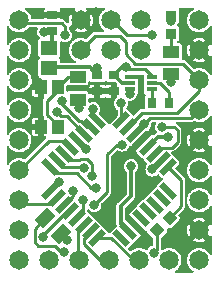
<source format=gbr>
%TF.GenerationSoftware,KiCad,Pcbnew,(6.0.1)*%
%TF.CreationDate,2022-04-12T16:45:31-07:00*%
%TF.ProjectId,3208_board,33323038-5f62-46f6-9172-642e6b696361,rev?*%
%TF.SameCoordinates,Original*%
%TF.FileFunction,Copper,L1,Top*%
%TF.FilePolarity,Positive*%
%FSLAX46Y46*%
G04 Gerber Fmt 4.6, Leading zero omitted, Abs format (unit mm)*
G04 Created by KiCad (PCBNEW (6.0.1)) date 2022-04-12 16:45:31*
%MOMM*%
%LPD*%
G01*
G04 APERTURE LIST*
G04 Aperture macros list*
%AMRotRect*
0 Rectangle, with rotation*
0 The origin of the aperture is its center*
0 $1 length*
0 $2 width*
0 $3 Rotation angle, in degrees counterclockwise*
0 Add horizontal line*
21,1,$1,$2,0,0,$3*%
G04 Aperture macros list end*
%TA.AperFunction,ComponentPad*%
%ADD10C,1.650000*%
%TD*%
%TA.AperFunction,SMDPad,CuDef*%
%ADD11RotRect,1.000000X1.450000X135.000000*%
%TD*%
%TA.AperFunction,SMDPad,CuDef*%
%ADD12R,0.750000X0.940000*%
%TD*%
%TA.AperFunction,SMDPad,CuDef*%
%ADD13R,0.850000X0.300000*%
%TD*%
%TA.AperFunction,SMDPad,CuDef*%
%ADD14R,0.610000X1.420000*%
%TD*%
%TA.AperFunction,SMDPad,CuDef*%
%ADD15R,0.950000X0.950000*%
%TD*%
%TA.AperFunction,SMDPad,CuDef*%
%ADD16R,1.450000X1.200000*%
%TD*%
%TA.AperFunction,SMDPad,CuDef*%
%ADD17R,0.940000X0.750000*%
%TD*%
%TA.AperFunction,SMDPad,CuDef*%
%ADD18R,1.050000X1.150000*%
%TD*%
%TA.AperFunction,SMDPad,CuDef*%
%ADD19R,1.450000X1.000000*%
%TD*%
%TA.AperFunction,SMDPad,CuDef*%
%ADD20RotRect,0.950000X0.950000X135.000000*%
%TD*%
%TA.AperFunction,SMDPad,CuDef*%
%ADD21RotRect,1.600000X0.550000X315.000000*%
%TD*%
%TA.AperFunction,SMDPad,CuDef*%
%ADD22RotRect,1.600000X0.550000X45.000000*%
%TD*%
%TA.AperFunction,ViaPad*%
%ADD23C,0.800000*%
%TD*%
%TA.AperFunction,Conductor*%
%ADD24C,0.250000*%
%TD*%
%TA.AperFunction,Conductor*%
%ADD25C,0.300000*%
%TD*%
%TA.AperFunction,Conductor*%
%ADD26C,0.600000*%
%TD*%
G04 APERTURE END LIST*
D10*
%TO.P,J2,1,1*%
%TO.N,/2*%
X139065000Y-57785000D03*
%TO.P,J2,2,2*%
%TO.N,/3{slash}SCL*%
X139065000Y-60325000D03*
%TO.P,J2,3,3*%
%TO.N,/4{slash}MOSI*%
X139065000Y-62865000D03*
%TO.P,J2,4,4*%
%TO.N,/5{slash}MISO*%
X139065000Y-65405000D03*
%TO.P,J2,5,5*%
%TO.N,/6{slash}SCK*%
X139065000Y-67945000D03*
%TO.P,J2,6,6*%
%TO.N,/7*%
X139065000Y-70485000D03*
%TO.P,J2,7,7*%
%TO.N,/12*%
X139065000Y-73025000D03*
%TO.P,J2,8,8*%
%TO.N,/13*%
X139065000Y-75565000D03*
%TO.P,J2,9,9*%
%TO.N,/14*%
X139065000Y-78105000D03*
%TD*%
D11*
%TO.P,R3,1*%
%TO.N,Net-(LED1-Pad1)*%
X142594251Y-75919251D03*
%TO.P,R3,2*%
%TO.N,/LED_GND*%
X141250749Y-74575749D03*
%TD*%
D12*
%TO.P,C3,1*%
%TO.N,Net-(C3-Pad1)*%
X151703000Y-64770000D03*
%TO.P,C3,2*%
%TO.N,Net-(C3-Pad2)*%
X150303000Y-64770000D03*
%TD*%
D13*
%TO.P,IC1,1,GND_1*%
%TO.N,GND*%
X148402000Y-62619000D03*
%TO.P,IC1,2,VIN*%
%TO.N,/VIN*%
X148402000Y-63119000D03*
%TO.P,IC1,3,VOUT*%
%TO.N,/VCC*%
X148402000Y-63619000D03*
%TO.P,IC1,4,C+*%
%TO.N,Net-(C3-Pad2)*%
X150302000Y-63619000D03*
%TO.P,IC1,5,C-*%
%TO.N,Net-(C3-Pad1)*%
X150302000Y-63119000D03*
%TO.P,IC1,6,~{SHDN}*%
%TO.N,/VIN*%
X150302000Y-62619000D03*
D14*
%TO.P,IC1,7,GND_2*%
%TO.N,GND*%
X149352000Y-63119000D03*
%TD*%
D15*
%TO.P,LED2,1*%
%TO.N,Net-(LED2-Pad1)*%
X151892000Y-58916000D03*
%TO.P,LED2,2*%
%TO.N,/VCC*%
X151892000Y-57416000D03*
%TD*%
D10*
%TO.P,J1,1,1*%
%TO.N,/VIN*%
X154305000Y-57785000D03*
%TO.P,J1,2,2*%
%TO.N,GND*%
X154305000Y-60325000D03*
%TO.P,J1,3,3*%
%TO.N,/RX0*%
X154305000Y-62865000D03*
%TO.P,J1,4,4*%
%TO.N,/TX0*%
X154305000Y-65405000D03*
%TO.P,J1,5,5*%
%TO.N,GND*%
X154305000Y-67945000D03*
%TO.P,J1,6,6*%
%TO.N,/RX1*%
X154305000Y-70485000D03*
%TO.P,J1,7,7*%
%TO.N,/TX1*%
X154305000Y-73025000D03*
%TO.P,J1,8,8*%
%TO.N,GND*%
X154305000Y-75565000D03*
%TO.P,J1,9,9*%
%TO.N,/10{slash}SDA*%
X154305000Y-78105000D03*
%TD*%
D16*
%TO.P,L1,1*%
%TO.N,/VCC*%
X141605000Y-61810000D03*
%TO.P,L1,2*%
%TO.N,/AVCC*%
X141605000Y-60110000D03*
%TD*%
D17*
%TO.P,C5,1*%
%TO.N,/AVCC*%
X141859000Y-58739000D03*
%TO.P,C5,2*%
%TO.N,GND*%
X141859000Y-57339000D03*
%TD*%
D18*
%TO.P,S1,1,COM_1*%
%TO.N,Net-(R2-Pad2)*%
X142330000Y-63476000D03*
%TO.P,S1,2,NO_1*%
%TO.N,GND*%
X140880000Y-63476000D03*
%TO.P,S1,3,COM_2*%
%TO.N,Net-(R2-Pad2)*%
X142330000Y-66826000D03*
%TO.P,S1,4,NO_2*%
%TO.N,GND*%
X140880000Y-66826000D03*
%TD*%
D10*
%TO.P,J3,1,1*%
%TO.N,/11{slash}SCL*%
X151765000Y-78105000D03*
%TO.P,J3,2,2*%
%TO.N,/A6*%
X149225000Y-78105000D03*
%TO.P,J3,3,3*%
%TO.N,/A5*%
X146685000Y-78105000D03*
%TO.P,J3,4,4*%
%TO.N,/16*%
X144145000Y-78105000D03*
%TO.P,J3,5,5*%
%TO.N,/15*%
X141605000Y-78105000D03*
%TD*%
D19*
%TO.P,R1,1*%
%TO.N,Net-(LED2-Pad1)*%
X151892000Y-60454500D03*
%TO.P,R1,2*%
%TO.N,/LED_GND*%
X151892000Y-62354500D03*
%TD*%
D20*
%TO.P,LED1,1*%
%TO.N,Net-(LED1-Pad1)*%
X150726670Y-75587330D03*
%TO.P,LED1,2*%
%TO.N,/LED*%
X151787330Y-74526670D03*
%TD*%
D10*
%TO.P,J4,1,1*%
%TO.N,/UDPI*%
X149352000Y-60325000D03*
%TO.P,J4,2,2*%
%TO.N,/VIN*%
X149352000Y-57785000D03*
%TO.P,J4,3,3*%
%TO.N,unconnected-(J4-Pad3)*%
X146812000Y-60325000D03*
%TO.P,J4,4,4*%
%TO.N,/TX0*%
X146812000Y-57785000D03*
%TO.P,J4,5,5*%
%TO.N,/RX0*%
X144272000Y-60325000D03*
%TO.P,J4,6,6*%
%TO.N,GND*%
X144272000Y-57785000D03*
%TD*%
D17*
%TO.P,C2,1*%
%TO.N,/VCC*%
X145669000Y-62419000D03*
%TO.P,C2,2*%
%TO.N,GND*%
X145669000Y-63819000D03*
%TD*%
%TO.P,C1,1*%
%TO.N,/VIN*%
X147066000Y-62419000D03*
%TO.P,C1,2*%
%TO.N,GND*%
X147066000Y-63819000D03*
%TD*%
D19*
%TO.P,R2,1*%
%TO.N,/RST*%
X143995000Y-64513500D03*
%TO.P,R2,2*%
%TO.N,Net-(R2-Pad2)*%
X143995000Y-62613500D03*
%TD*%
D21*
%TO.P,U1,1,PA3*%
%TO.N,/3{slash}SCL*%
X145659695Y-66261897D03*
%TO.P,U1,2,PA4*%
%TO.N,/4{slash}MOSI*%
X145094010Y-66827583D03*
%TO.P,U1,3,PA5*%
%TO.N,/5{slash}MISO*%
X144528324Y-67393268D03*
%TO.P,U1,4,PA6*%
%TO.N,/6{slash}SCK*%
X143962639Y-67958953D03*
%TO.P,U1,5,PA7*%
%TO.N,/7*%
X143396953Y-68524639D03*
%TO.P,U1,6,PC0*%
%TO.N,/TX1*%
X142831268Y-69090324D03*
%TO.P,U1,7,PC1*%
%TO.N,/RX1*%
X142265583Y-69656010D03*
%TO.P,U1,8,PC2*%
%TO.N,/10{slash}SDA*%
X141699897Y-70221695D03*
D22*
%TO.P,U1,9,PC3*%
%TO.N,/11{slash}SCL*%
X141699897Y-72272305D03*
%TO.P,U1,10,PD0*%
%TO.N,/12*%
X142265583Y-72837990D03*
%TO.P,U1,11,PD1*%
%TO.N,/13*%
X142831268Y-73403676D03*
%TO.P,U1,12,PD2*%
%TO.N,/14*%
X143396953Y-73969361D03*
%TO.P,U1,13,PD3*%
%TO.N,/15*%
X143962639Y-74535047D03*
%TO.P,U1,14,PD4*%
%TO.N,/16*%
X144528324Y-75100732D03*
%TO.P,U1,15,PD5*%
%TO.N,/A5*%
X145094010Y-75666417D03*
%TO.P,U1,16,PD6*%
%TO.N,/A6*%
X145659695Y-76232103D03*
D21*
%TO.P,U1,17,PD7*%
%TO.N,unconnected-(U1-Pad17)*%
X147710305Y-76232103D03*
%TO.P,U1,18,AVDD*%
%TO.N,/AVCC*%
X148275990Y-75666417D03*
%TO.P,U1,19,GND*%
%TO.N,GND*%
X148841676Y-75100732D03*
%TO.P,U1,20,PF0/TOSC1*%
%TO.N,unconnected-(U1-Pad20)*%
X149407361Y-74535047D03*
%TO.P,U1,21,PF1/TOSC2*%
%TO.N,unconnected-(U1-Pad21)*%
X149973047Y-73969361D03*
%TO.P,U1,22,PF2*%
%TO.N,unconnected-(U1-Pad22)*%
X150538732Y-73403676D03*
%TO.P,U1,23,PF3*%
%TO.N,unconnected-(U1-Pad23)*%
X151104417Y-72837990D03*
%TO.P,U1,24,PF4*%
%TO.N,unconnected-(U1-Pad24)*%
X151670103Y-72272305D03*
D22*
%TO.P,U1,25,PF5*%
%TO.N,/LED*%
X151670103Y-70221695D03*
%TO.P,U1,26,PF6/~{RESET}*%
%TO.N,/RST*%
X151104417Y-69656010D03*
%TO.P,U1,27,UPDI*%
%TO.N,/UDPI*%
X150538732Y-69090324D03*
%TO.P,U1,28,VDD*%
%TO.N,/VCC*%
X149973047Y-68524639D03*
%TO.P,U1,29,GND*%
%TO.N,GND*%
X149407361Y-67958953D03*
%TO.P,U1,30,EXTCLK/PA0*%
%TO.N,/TX0*%
X148841676Y-67393268D03*
%TO.P,U1,31,PA1*%
%TO.N,/RX0*%
X148275990Y-66827583D03*
%TO.P,U1,32,PA2*%
%TO.N,/2*%
X147710305Y-66261897D03*
%TD*%
D23*
%TO.N,/RST*%
X150334067Y-70426360D03*
X144081500Y-65214500D03*
%TO.N,/UDPI*%
X151175980Y-66800010D03*
%TO.N,/3{slash}SCL*%
X145297773Y-65331727D03*
%TO.N,/4{slash}MOSI*%
X142670498Y-64650502D03*
%TO.N,/5{slash}MISO*%
X142238970Y-65552050D03*
%TO.N,/VIN*%
X148137531Y-61760785D03*
%TO.N,GND*%
X146682104Y-75275319D03*
X153543000Y-74295000D03*
X147447000Y-69342000D03*
X139827000Y-59055000D03*
X138416500Y-69215000D03*
X146939000Y-65659000D03*
X145542000Y-57086500D03*
X153543000Y-69215000D03*
X149225000Y-64770000D03*
%TO.N,/VCC*%
X145669000Y-61849000D03*
X151638000Y-67691000D03*
X151892000Y-57841498D03*
X148399500Y-64008000D03*
%TO.N,/AVCC*%
X141177801Y-58763989D03*
X148526500Y-70158909D03*
%TO.N,/6{slash}SCK*%
X144732989Y-68729304D03*
%TO.N,/TX1*%
X145215497Y-70991877D03*
%TO.N,/RX1*%
X144508734Y-70285129D03*
%TO.N,/10{slash}SDA*%
X145514574Y-71956989D03*
%TO.N,/11{slash}SCL*%
X142455638Y-71506381D03*
%TO.N,/TX0*%
X149632000Y-66613835D03*
X150304500Y-59055000D03*
%TO.N,/2*%
X147650000Y-64833500D03*
X142938500Y-59055000D03*
%TO.N,/13*%
X143576869Y-72230881D03*
%TO.N,/14*%
X141103559Y-76145413D03*
%TO.N,/15*%
X144415393Y-73008608D03*
%TO.N,/LED_GND*%
X151892000Y-62992000D03*
X145415000Y-73406000D03*
X142875000Y-77406500D03*
X147782803Y-68313588D03*
%TO.N,Net-(LED1-Pad1)*%
X143065500Y-76390500D03*
X150494999Y-77459783D03*
%TD*%
D24*
%TO.N,/TX1*%
X144208631Y-69560618D02*
X144808837Y-69560618D01*
X142831268Y-69090324D02*
X143350243Y-69609299D01*
X143350243Y-69609299D02*
X144159950Y-69609299D01*
X144159950Y-69609299D02*
X144208631Y-69560618D01*
X145233245Y-70974129D02*
X145215497Y-70991877D01*
X144808837Y-69560618D02*
X145233245Y-69985026D01*
X145233245Y-69985026D02*
X145233245Y-70974129D01*
%TO.N,Net-(C3-Pad1)*%
X150939500Y-63119000D02*
X151703000Y-63882500D01*
X150302000Y-63119000D02*
X150939500Y-63119000D01*
X151703000Y-63882500D02*
X151703000Y-64579500D01*
%TO.N,/RST*%
X143995000Y-64513500D02*
X143995000Y-65128000D01*
X144079000Y-64513500D02*
X144399000Y-64833500D01*
X143995000Y-64513500D02*
X144079000Y-64513500D01*
X143955973Y-64616027D02*
X143995000Y-64577000D01*
X143995000Y-65128000D02*
X144081500Y-65214500D01*
X143995000Y-64577000D02*
X143431000Y-64577000D01*
%TO.N,/LED*%
X152754763Y-71306355D02*
X152754763Y-73559237D01*
X152754763Y-73559237D02*
X151787330Y-74526670D01*
X151670103Y-70221695D02*
X152754763Y-71306355D01*
%TO.N,/UDPI*%
X151964150Y-68571350D02*
X151057706Y-68571350D01*
X151057706Y-68571350D02*
X150538732Y-69090324D01*
X152463500Y-67119500D02*
X152463500Y-68072000D01*
X151175980Y-66800010D02*
X152144010Y-66800010D01*
X152144010Y-66800010D02*
X152463500Y-67119500D01*
X152463500Y-68072000D02*
X151964150Y-68571350D01*
%TO.N,/3{slash}SCL*%
X145297773Y-65899975D02*
X145659695Y-66261897D01*
X145297773Y-65331727D02*
X145297773Y-65899975D01*
%TO.N,/4{slash}MOSI*%
X144291514Y-66308608D02*
X144810489Y-66827583D01*
X142670498Y-64899724D02*
X144079382Y-66308608D01*
X144810489Y-66827583D02*
X145094010Y-66827583D01*
X142670498Y-64650502D02*
X142670498Y-64899724D01*
X144079382Y-66308608D02*
X144291514Y-66308608D01*
%TO.N,/5{slash}MISO*%
X144528324Y-67393252D02*
X144528324Y-67393268D01*
X142613409Y-65926489D02*
X143061545Y-65926489D01*
X142238970Y-65552050D02*
X142613409Y-65926489D01*
X143061545Y-65926489D02*
X144528324Y-67393268D01*
D25*
%TO.N,/VIN*%
X148137531Y-61760785D02*
X147724215Y-61760785D01*
X147766000Y-63119000D02*
X147066000Y-62419000D01*
D24*
X148137531Y-61760785D02*
X148300777Y-61924031D01*
D25*
X147724215Y-61760785D02*
X147066000Y-62419000D01*
X148402000Y-63119000D02*
X147766000Y-63119000D01*
D24*
X149681031Y-61924031D02*
X150302000Y-62545000D01*
X148300777Y-61924031D02*
X149681031Y-61924031D01*
X150302000Y-62545000D02*
X150302000Y-62619000D01*
D26*
%TO.N,GND*%
X140697011Y-62909511D02*
X140633511Y-62909511D01*
X140389511Y-62665511D02*
X140389511Y-63254989D01*
D25*
X148402000Y-62619000D02*
X149176022Y-62619000D01*
D26*
X140880000Y-63092500D02*
X140697011Y-62909511D01*
X140880000Y-63476000D02*
X140880000Y-63092500D01*
X140389511Y-63254989D02*
X140335000Y-63309500D01*
D25*
X149176022Y-62619000D02*
X149352000Y-62794978D01*
D26*
X140501500Y-63476000D02*
X140880000Y-63476000D01*
X140335000Y-63309500D02*
X140501500Y-63476000D01*
D25*
X149352000Y-62794978D02*
X149352000Y-63119000D01*
D26*
X140633511Y-62909511D02*
X140389511Y-62665511D01*
D25*
%TO.N,/VCC*%
X145669000Y-61849000D02*
X145669000Y-62419000D01*
X148402000Y-63619000D02*
X148402000Y-64005500D01*
X145013989Y-61763989D02*
X145669000Y-62419000D01*
X142966500Y-61763989D02*
X141964489Y-61763989D01*
X151638000Y-67691000D02*
X150806686Y-67691000D01*
X150806686Y-67691000D02*
X149973047Y-68524639D01*
X142966500Y-61763989D02*
X145013989Y-61763989D01*
X148402000Y-64005500D02*
X148399500Y-64008000D01*
%TO.N,/AVCC*%
X147632016Y-73538484D02*
X147632016Y-75022443D01*
X148526500Y-72644000D02*
X147632016Y-73538484D01*
X147632016Y-75022443D02*
X148275990Y-75666417D01*
X141859000Y-58739000D02*
X141859000Y-59856000D01*
X141177801Y-58763989D02*
X141202790Y-58739000D01*
X141202790Y-58739000D02*
X141859000Y-58739000D01*
X141859000Y-59856000D02*
X141605000Y-60110000D01*
X148526500Y-70158909D02*
X148526500Y-72644000D01*
D24*
%TO.N,Net-(C3-Pad2)*%
X150302000Y-64578500D02*
X150303000Y-64579500D01*
X150302000Y-63619000D02*
X150302000Y-64578500D01*
%TO.N,/6{slash}SCK*%
X144732989Y-68729304D02*
X143962639Y-67958953D01*
X144732989Y-68729304D02*
X144742560Y-68729304D01*
X144742560Y-68729304D02*
X144866558Y-68605306D01*
%TO.N,/7*%
X141544336Y-68005664D02*
X139065000Y-70485000D01*
X143396953Y-68524639D02*
X142877978Y-68005664D01*
X142877978Y-68005664D02*
X141544336Y-68005664D01*
%TO.N,/RX1*%
X142784557Y-70174984D02*
X142265583Y-69656010D01*
X144508734Y-70285129D02*
X144398589Y-70174984D01*
X144398589Y-70174984D02*
X142784557Y-70174984D01*
%TO.N,/10{slash}SDA*%
X145155995Y-71956989D02*
X145514574Y-71956989D01*
X143939676Y-70740670D02*
X145155995Y-71956989D01*
X154305000Y-78105000D02*
X153676170Y-78105000D01*
X142218872Y-70740670D02*
X143939676Y-70740670D01*
X145514574Y-71956989D02*
X145312585Y-71755000D01*
X142218872Y-70740670D02*
X141699897Y-70221695D01*
%TO.N,/11{slash}SCL*%
X142455638Y-71506381D02*
X141699897Y-72262122D01*
X141699897Y-72262122D02*
X141699897Y-72272305D01*
%TO.N,/TX0*%
X153634501Y-66075499D02*
X154305000Y-65405000D01*
X150142001Y-66075499D02*
X153634501Y-66075499D01*
X149632000Y-66613835D02*
X149632000Y-66585500D01*
X148082359Y-58991141D02*
X148146218Y-59055000D01*
X146876218Y-57785000D02*
X148082359Y-58991141D01*
X148146218Y-59055000D02*
X150304500Y-59055000D01*
X149632000Y-66613835D02*
X149621109Y-66613835D01*
X149632000Y-66585500D02*
X150142001Y-66075499D01*
X146812000Y-57785000D02*
X146876218Y-57785000D01*
X149621109Y-66613835D02*
X148841676Y-67393268D01*
%TO.N,/RX0*%
X148875856Y-61474511D02*
X152914511Y-61474511D01*
X154305000Y-63754000D02*
X152433021Y-65625979D01*
X148082000Y-59626500D02*
X148082000Y-60680655D01*
X148082000Y-60680655D02*
X148875856Y-61474511D01*
X149477594Y-65625979D02*
X148275990Y-66827583D01*
X147574000Y-59118500D02*
X148082000Y-59626500D01*
X152914511Y-61474511D02*
X154305000Y-62865000D01*
X154305000Y-62865000D02*
X154305000Y-63754000D01*
X152433021Y-65625979D02*
X149477594Y-65625979D01*
X145478500Y-59118500D02*
X147574000Y-59118500D01*
X144272000Y-60325000D02*
X145478500Y-59118500D01*
%TO.N,/2*%
X140208000Y-58039000D02*
X139319000Y-58039000D01*
X142653511Y-58039489D02*
X140208489Y-58039489D01*
X147650000Y-64833500D02*
X147710305Y-64893805D01*
X139319000Y-58039000D02*
X139065000Y-57785000D01*
X142938500Y-59055000D02*
X142938500Y-58324478D01*
X140208489Y-58039489D02*
X140208000Y-58039000D01*
X147710305Y-64893805D02*
X147710305Y-66261897D01*
X142938500Y-58324478D02*
X142653511Y-58039489D01*
%TO.N,/12*%
X139396965Y-73356965D02*
X139065000Y-73025000D01*
X141746608Y-73356965D02*
X139396965Y-73356965D01*
X142265583Y-72837990D02*
X141746608Y-73356965D01*
%TO.N,/13*%
X143576869Y-72230881D02*
X143576869Y-72658075D01*
X143576869Y-72658075D02*
X142831268Y-73403676D01*
%TO.N,/14*%
X143137139Y-73969361D02*
X143396953Y-73969361D01*
X141103559Y-76002941D02*
X143137139Y-73969361D01*
X139065000Y-77470000D02*
X139065000Y-78105000D01*
X141103559Y-76145413D02*
X141103559Y-76002941D01*
X143396953Y-73969361D02*
X143314593Y-73969361D01*
X143396953Y-73969361D02*
X143200639Y-73969361D01*
%TO.N,/15*%
X144481613Y-73074828D02*
X144481613Y-74016073D01*
X144481613Y-74016073D02*
X143962639Y-74535047D01*
X144415393Y-73008608D02*
X144481613Y-73074828D01*
%TO.N,/16*%
X143637000Y-77597000D02*
X144145000Y-78105000D01*
X144009350Y-77969350D02*
X144145000Y-78105000D01*
X144009350Y-75619706D02*
X144009350Y-77969350D01*
X144528324Y-75100732D02*
X144009350Y-75619706D01*
%TO.N,/A6*%
X146862455Y-76232103D02*
X148735352Y-78105000D01*
X145659695Y-76232103D02*
X146862455Y-76232103D01*
X148735352Y-78105000D02*
X149225000Y-78105000D01*
%TO.N,/A5*%
X144575035Y-76757035D02*
X145923000Y-78105000D01*
X145094010Y-75666417D02*
X144575035Y-76185392D01*
X144575035Y-76185392D02*
X144575035Y-76757035D01*
X145923000Y-78105000D02*
X146685000Y-78105000D01*
%TO.N,/LED_GND*%
X140379048Y-76561548D02*
X140379048Y-75447450D01*
X142875000Y-77406500D02*
X142597254Y-77406500D01*
X147332412Y-68313588D02*
X146516212Y-69129788D01*
X146516212Y-69129788D02*
X146516212Y-72304788D01*
X146516212Y-72304788D02*
X145415000Y-73406000D01*
X140687424Y-76869924D02*
X140379048Y-76561548D01*
X140379048Y-75447450D02*
X141250749Y-74575749D01*
X147782803Y-68313588D02*
X147332412Y-68313588D01*
X142597254Y-77406500D02*
X142060678Y-76869924D01*
X142060678Y-76869924D02*
X140687424Y-76869924D01*
%TO.N,Net-(LED1-Pad1)*%
X150726670Y-77228112D02*
X150726670Y-75587330D01*
X150726670Y-75587330D02*
X150780908Y-75533092D01*
X142594251Y-75919251D02*
X143065500Y-76390500D01*
X150494999Y-77459783D02*
X150726670Y-77228112D01*
%TO.N,Net-(LED2-Pad1)*%
X151892000Y-58916000D02*
X151892000Y-60454500D01*
%TO.N,Net-(R2-Pad2)*%
X141414500Y-64618500D02*
X141414500Y-65786718D01*
X143192500Y-62613500D02*
X142330000Y-63476000D01*
X142330000Y-63476000D02*
X142330000Y-63703000D01*
X142330000Y-63703000D02*
X141414500Y-64618500D01*
X142330000Y-66638000D02*
X142330000Y-66826000D01*
X142330000Y-66702218D02*
X142330000Y-66826000D01*
X141414500Y-65786718D02*
X142330000Y-66702218D01*
X143995000Y-62613500D02*
X143192500Y-62613500D01*
%TD*%
%TA.AperFunction,Conductor*%
%TO.N,GND*%
G36*
X155349107Y-65905648D02*
G01*
X155374383Y-65961368D01*
X155375000Y-65972404D01*
X155375000Y-67376910D01*
X155356093Y-67435101D01*
X155306593Y-67471065D01*
X155245407Y-67471065D01*
X155208363Y-67444151D01*
X155206269Y-67446319D01*
X155186572Y-67427298D01*
X155176854Y-67432356D01*
X154675296Y-67933914D01*
X154669242Y-67945797D01*
X154670038Y-67950828D01*
X155175857Y-68456647D01*
X155186712Y-68462178D01*
X155204625Y-68445060D01*
X155206669Y-68447199D01*
X155235099Y-68421236D01*
X155295902Y-68414413D01*
X155349104Y-68444633D01*
X155374383Y-68500352D01*
X155375000Y-68511392D01*
X155375000Y-69915844D01*
X155356093Y-69974035D01*
X155306593Y-70009999D01*
X155245407Y-70009999D01*
X155195907Y-69974035D01*
X155188588Y-69962322D01*
X155165567Y-69919025D01*
X155165565Y-69919021D01*
X155163294Y-69914751D01*
X155115434Y-69856068D01*
X155039247Y-69762654D01*
X155039246Y-69762653D01*
X155036186Y-69758901D01*
X154890433Y-69638324D01*
X154884954Y-69633791D01*
X154884952Y-69633790D01*
X154881227Y-69630708D01*
X154704320Y-69535055D01*
X154639856Y-69515100D01*
X154516824Y-69477015D01*
X154516820Y-69477014D01*
X154512203Y-69475585D01*
X154507395Y-69475080D01*
X154507392Y-69475079D01*
X154317010Y-69455069D01*
X154317008Y-69455069D01*
X154312194Y-69454563D01*
X154245547Y-69460628D01*
X154116731Y-69472351D01*
X154116727Y-69472352D01*
X154111911Y-69472790D01*
X154107269Y-69474156D01*
X154107265Y-69474157D01*
X153923629Y-69528204D01*
X153923626Y-69528205D01*
X153918982Y-69529572D01*
X153908494Y-69535055D01*
X153745054Y-69620499D01*
X153745050Y-69620502D01*
X153740757Y-69622746D01*
X153736981Y-69625782D01*
X153736978Y-69625784D01*
X153587796Y-69745730D01*
X153584024Y-69748763D01*
X153580915Y-69752468D01*
X153580912Y-69752471D01*
X153457869Y-69899108D01*
X153454752Y-69902823D01*
X153452416Y-69907071D01*
X153452416Y-69907072D01*
X153447594Y-69915844D01*
X153357866Y-70079058D01*
X153356403Y-70083671D01*
X153356401Y-70083675D01*
X153352189Y-70096953D01*
X153297056Y-70270755D01*
X153296516Y-70275569D01*
X153276305Y-70455755D01*
X153274638Y-70470613D01*
X153275616Y-70482261D01*
X153289440Y-70646875D01*
X153291467Y-70671018D01*
X153346901Y-70864338D01*
X153438828Y-71043210D01*
X153441839Y-71047009D01*
X153560738Y-71197022D01*
X153560741Y-71197025D01*
X153563748Y-71200819D01*
X153567435Y-71203957D01*
X153567437Y-71203959D01*
X153609792Y-71240006D01*
X153716901Y-71331163D01*
X153721123Y-71333523D01*
X153721128Y-71333526D01*
X153795181Y-71374912D01*
X153892456Y-71429277D01*
X153995886Y-71462884D01*
X154079118Y-71489928D01*
X154079121Y-71489929D01*
X154083723Y-71491424D01*
X154283420Y-71515236D01*
X154288242Y-71514865D01*
X154288245Y-71514865D01*
X154354574Y-71509761D01*
X154483938Y-71499807D01*
X154677640Y-71445724D01*
X154681953Y-71443545D01*
X154681959Y-71443543D01*
X154852828Y-71357231D01*
X154852830Y-71357229D01*
X154857149Y-71355048D01*
X154895933Y-71324747D01*
X155011812Y-71234213D01*
X155011814Y-71234211D01*
X155015627Y-71231232D01*
X155018783Y-71227576D01*
X155018788Y-71227571D01*
X155127623Y-71101483D01*
X155147037Y-71078992D01*
X155149432Y-71074777D01*
X155189920Y-71003504D01*
X155235103Y-70962246D01*
X155295907Y-70955426D01*
X155349107Y-70985648D01*
X155374383Y-71041368D01*
X155375000Y-71052404D01*
X155375000Y-72455844D01*
X155356093Y-72514035D01*
X155306593Y-72549999D01*
X155245407Y-72549999D01*
X155195907Y-72514035D01*
X155188588Y-72502322D01*
X155165567Y-72459025D01*
X155165565Y-72459021D01*
X155163294Y-72454751D01*
X155139885Y-72426048D01*
X155039247Y-72302654D01*
X155039246Y-72302653D01*
X155036186Y-72298901D01*
X154920925Y-72203549D01*
X154884954Y-72173791D01*
X154884952Y-72173790D01*
X154881227Y-72170708D01*
X154704320Y-72075055D01*
X154642745Y-72055994D01*
X154516824Y-72017015D01*
X154516820Y-72017014D01*
X154512203Y-72015585D01*
X154507395Y-72015080D01*
X154507392Y-72015079D01*
X154317010Y-71995069D01*
X154317008Y-71995069D01*
X154312194Y-71994563D01*
X154245547Y-72000628D01*
X154116731Y-72012351D01*
X154116727Y-72012352D01*
X154111911Y-72012790D01*
X154107269Y-72014156D01*
X154107265Y-72014157D01*
X153923629Y-72068204D01*
X153923626Y-72068205D01*
X153918982Y-72069572D01*
X153908494Y-72075055D01*
X153745054Y-72160499D01*
X153745050Y-72160502D01*
X153740757Y-72162746D01*
X153736981Y-72165782D01*
X153736978Y-72165784D01*
X153620009Y-72259830D01*
X153584024Y-72288763D01*
X153580915Y-72292468D01*
X153580912Y-72292471D01*
X153487519Y-72403773D01*
X153454752Y-72442823D01*
X153452416Y-72447071D01*
X153452416Y-72447072D01*
X153447594Y-72455844D01*
X153357866Y-72619058D01*
X153356403Y-72623671D01*
X153356401Y-72623675D01*
X153336011Y-72687953D01*
X153297056Y-72810755D01*
X153296516Y-72815569D01*
X153277646Y-72983796D01*
X153264337Y-73013135D01*
X153277916Y-73049648D01*
X153289550Y-73188184D01*
X153291467Y-73211018D01*
X153292800Y-73215666D01*
X153292800Y-73215667D01*
X153297079Y-73230589D01*
X153346901Y-73404338D01*
X153438828Y-73583210D01*
X153441839Y-73587009D01*
X153560738Y-73737022D01*
X153560741Y-73737025D01*
X153563748Y-73740819D01*
X153567435Y-73743957D01*
X153567437Y-73743959D01*
X153630900Y-73797970D01*
X153716901Y-73871163D01*
X153721123Y-73873523D01*
X153721128Y-73873526D01*
X153759638Y-73895048D01*
X153892456Y-73969277D01*
X153995886Y-74002884D01*
X154079118Y-74029928D01*
X154079121Y-74029929D01*
X154083723Y-74031424D01*
X154283420Y-74055236D01*
X154288242Y-74054865D01*
X154288245Y-74054865D01*
X154354574Y-74049761D01*
X154483938Y-74039807D01*
X154677640Y-73985724D01*
X154681953Y-73983545D01*
X154681959Y-73983543D01*
X154852828Y-73897231D01*
X154852830Y-73897229D01*
X154857149Y-73895048D01*
X154860966Y-73892066D01*
X155011812Y-73774213D01*
X155011814Y-73774211D01*
X155015627Y-73771232D01*
X155018783Y-73767576D01*
X155018788Y-73767571D01*
X155108399Y-73663754D01*
X155147037Y-73618992D01*
X155189920Y-73543504D01*
X155235103Y-73502246D01*
X155295907Y-73495426D01*
X155349107Y-73525648D01*
X155374383Y-73581368D01*
X155375000Y-73592404D01*
X155375000Y-74996910D01*
X155356093Y-75055101D01*
X155306593Y-75091065D01*
X155245407Y-75091065D01*
X155208363Y-75064151D01*
X155206269Y-75066319D01*
X155186572Y-75047298D01*
X155176854Y-75052356D01*
X154675296Y-75553914D01*
X154669242Y-75565797D01*
X154670038Y-75570828D01*
X155175857Y-76076647D01*
X155186712Y-76082178D01*
X155204625Y-76065060D01*
X155206669Y-76067199D01*
X155235099Y-76041236D01*
X155295902Y-76034413D01*
X155349104Y-76064633D01*
X155374383Y-76120352D01*
X155375000Y-76131392D01*
X155375000Y-77535844D01*
X155356093Y-77594035D01*
X155306593Y-77629999D01*
X155245407Y-77629999D01*
X155195907Y-77594035D01*
X155188588Y-77582322D01*
X155165567Y-77539025D01*
X155165565Y-77539021D01*
X155163294Y-77534751D01*
X155100968Y-77458331D01*
X155039247Y-77382654D01*
X155039246Y-77382653D01*
X155036186Y-77378901D01*
X154888022Y-77256329D01*
X154884954Y-77253791D01*
X154884952Y-77253790D01*
X154881227Y-77250708D01*
X154756752Y-77183405D01*
X154708574Y-77157355D01*
X154708573Y-77157355D01*
X154704320Y-77155055D01*
X154634122Y-77133325D01*
X154516824Y-77097015D01*
X154516820Y-77097014D01*
X154512203Y-77095585D01*
X154507395Y-77095080D01*
X154507392Y-77095079D01*
X154317010Y-77075069D01*
X154317008Y-77075069D01*
X154312194Y-77074563D01*
X154245547Y-77080628D01*
X154116731Y-77092351D01*
X154116727Y-77092352D01*
X154111911Y-77092790D01*
X154107269Y-77094156D01*
X154107265Y-77094157D01*
X153923629Y-77148204D01*
X153923626Y-77148205D01*
X153918982Y-77149572D01*
X153908494Y-77155055D01*
X153745054Y-77240499D01*
X153745050Y-77240502D01*
X153740757Y-77242746D01*
X153736981Y-77245782D01*
X153736978Y-77245784D01*
X153588511Y-77365155D01*
X153584024Y-77368763D01*
X153580917Y-77372466D01*
X153580912Y-77372471D01*
X153563683Y-77393004D01*
X153454752Y-77522823D01*
X153452416Y-77527071D01*
X153452416Y-77527072D01*
X153447594Y-77535844D01*
X153357866Y-77699058D01*
X153356403Y-77703671D01*
X153356401Y-77703675D01*
X153352189Y-77716953D01*
X153297056Y-77890755D01*
X153296516Y-77895569D01*
X153275178Y-78085803D01*
X153274638Y-78090613D01*
X153291467Y-78291018D01*
X153346901Y-78484338D01*
X153438828Y-78663210D01*
X153441839Y-78667009D01*
X153560738Y-78817022D01*
X153560741Y-78817025D01*
X153563748Y-78820819D01*
X153567435Y-78823957D01*
X153567437Y-78823959D01*
X153658867Y-78901772D01*
X153716901Y-78951163D01*
X153721123Y-78953523D01*
X153721128Y-78953526D01*
X153785642Y-78989581D01*
X153827214Y-79034474D01*
X153834459Y-79095229D01*
X153804609Y-79148639D01*
X153749066Y-79174304D01*
X153737344Y-79175000D01*
X152336870Y-79175000D01*
X152278679Y-79156093D01*
X152242715Y-79106593D01*
X152242715Y-79045407D01*
X152278679Y-78995907D01*
X152292233Y-78987634D01*
X152312828Y-78977231D01*
X152312830Y-78977229D01*
X152317149Y-78975048D01*
X152381633Y-78924668D01*
X152471812Y-78854213D01*
X152471814Y-78854211D01*
X152475627Y-78851232D01*
X152478783Y-78847576D01*
X152478788Y-78847571D01*
X152591303Y-78717220D01*
X152607037Y-78698992D01*
X152706374Y-78524127D01*
X152751664Y-78387979D01*
X152768327Y-78337888D01*
X152768327Y-78337886D01*
X152769854Y-78333297D01*
X152795060Y-78133772D01*
X152795462Y-78105000D01*
X152784338Y-77991544D01*
X152776309Y-77909659D01*
X152776308Y-77909655D01*
X152775837Y-77904849D01*
X152717710Y-77712321D01*
X152664157Y-77611603D01*
X152625567Y-77539025D01*
X152625565Y-77539021D01*
X152623294Y-77534751D01*
X152560968Y-77458331D01*
X152499247Y-77382654D01*
X152499246Y-77382653D01*
X152496186Y-77378901D01*
X152348022Y-77256329D01*
X152344954Y-77253791D01*
X152344952Y-77253790D01*
X152341227Y-77250708D01*
X152216752Y-77183405D01*
X152168574Y-77157355D01*
X152168573Y-77157355D01*
X152164320Y-77155055D01*
X152094122Y-77133325D01*
X151976824Y-77097015D01*
X151976820Y-77097014D01*
X151972203Y-77095585D01*
X151967395Y-77095080D01*
X151967392Y-77095079D01*
X151777010Y-77075069D01*
X151777008Y-77075069D01*
X151772194Y-77074563D01*
X151705547Y-77080628D01*
X151576731Y-77092351D01*
X151576727Y-77092352D01*
X151571911Y-77092790D01*
X151567269Y-77094156D01*
X151567265Y-77094157D01*
X151383629Y-77148204D01*
X151383626Y-77148205D01*
X151378982Y-77149572D01*
X151200757Y-77242746D01*
X151200206Y-77241692D01*
X151146335Y-77256329D01*
X151089137Y-77234602D01*
X151055634Y-77183405D01*
X151052170Y-77157447D01*
X151052170Y-76446721D01*
X153787761Y-76446721D01*
X153794990Y-76454233D01*
X153888433Y-76506456D01*
X153897255Y-76510311D01*
X154079226Y-76569437D01*
X154088639Y-76571506D01*
X154278628Y-76594161D01*
X154288255Y-76594363D01*
X154479023Y-76579684D01*
X154488514Y-76578011D01*
X154672798Y-76526557D01*
X154681777Y-76523075D01*
X154815332Y-76455611D01*
X154823373Y-76447626D01*
X154818181Y-76437391D01*
X154316086Y-75935296D01*
X154304203Y-75929242D01*
X154299172Y-75930038D01*
X153793238Y-76435972D01*
X153787761Y-76446721D01*
X151052170Y-76446721D01*
X151052170Y-76258139D01*
X151071077Y-76199948D01*
X151081166Y-76188135D01*
X151554160Y-75715141D01*
X151587288Y-75665561D01*
X151602849Y-75587330D01*
X151596506Y-75555440D01*
X153275545Y-75555440D01*
X153291556Y-75746108D01*
X153293294Y-75755576D01*
X153346031Y-75939496D01*
X153349582Y-75948464D01*
X153414635Y-76075043D01*
X153422762Y-76083114D01*
X153432826Y-76077964D01*
X153934704Y-75576086D01*
X153940758Y-75564203D01*
X153939962Y-75559172D01*
X153433875Y-75053085D01*
X153423233Y-75047663D01*
X153415619Y-75055042D01*
X153360660Y-75155012D01*
X153356862Y-75163873D01*
X153299012Y-75346242D01*
X153297007Y-75355673D01*
X153275679Y-75545812D01*
X153275545Y-75555440D01*
X151596506Y-75555440D01*
X151595546Y-75550613D01*
X151589190Y-75518659D01*
X151589189Y-75518657D01*
X151587288Y-75509099D01*
X151588352Y-75508887D01*
X151584303Y-75457459D01*
X151616271Y-75405289D01*
X151672799Y-75381873D01*
X151709034Y-75387613D01*
X151709099Y-75387288D01*
X151718657Y-75389189D01*
X151718659Y-75389190D01*
X151777768Y-75400947D01*
X151787330Y-75402849D01*
X151796892Y-75400947D01*
X151855999Y-75389190D01*
X151865561Y-75387288D01*
X151915141Y-75354160D01*
X152586186Y-74683115D01*
X153787110Y-74683115D01*
X153792214Y-74693004D01*
X154293914Y-75194704D01*
X154305797Y-75200758D01*
X154310828Y-75199962D01*
X154817105Y-74693685D01*
X154822472Y-74683151D01*
X154814943Y-74675436D01*
X154708390Y-74617823D01*
X154699500Y-74614086D01*
X154516724Y-74557508D01*
X154507290Y-74555571D01*
X154317006Y-74535571D01*
X154307368Y-74535504D01*
X154116825Y-74552844D01*
X154107361Y-74554650D01*
X153923817Y-74608670D01*
X153914876Y-74612283D01*
X153795214Y-74674841D01*
X153787110Y-74683115D01*
X152586186Y-74683115D01*
X152614820Y-74654481D01*
X152647948Y-74604901D01*
X152663509Y-74526670D01*
X152647948Y-74448439D01*
X152614820Y-74398859D01*
X152565147Y-74349186D01*
X152537370Y-74294669D01*
X152546941Y-74234237D01*
X152565142Y-74209185D01*
X152971825Y-73802501D01*
X152978181Y-73796678D01*
X153001320Y-73777262D01*
X153001323Y-73777259D01*
X153007957Y-73771692D01*
X153027392Y-73738029D01*
X153032031Y-73730748D01*
X153043765Y-73713990D01*
X153054317Y-73698921D01*
X153056559Y-73690553D01*
X153059025Y-73685266D01*
X153061021Y-73679781D01*
X153065351Y-73672282D01*
X153068457Y-73654670D01*
X153072097Y-73634021D01*
X153073967Y-73625586D01*
X153081785Y-73596411D01*
X153084027Y-73588044D01*
X153080640Y-73549328D01*
X153080263Y-73540700D01*
X153080263Y-73057932D01*
X153092674Y-73019734D01*
X153080263Y-72972760D01*
X153080263Y-71324889D01*
X153080640Y-71316260D01*
X153083272Y-71286177D01*
X153084027Y-71277548D01*
X153073967Y-71240005D01*
X153072097Y-71231571D01*
X153066855Y-71201838D01*
X153066854Y-71201836D01*
X153065351Y-71193310D01*
X153061021Y-71185811D01*
X153059025Y-71180326D01*
X153056559Y-71175039D01*
X153054317Y-71166671D01*
X153032031Y-71134844D01*
X153027390Y-71127560D01*
X153007957Y-71093900D01*
X152978192Y-71068924D01*
X152971824Y-71063090D01*
X152306499Y-70397765D01*
X152278722Y-70343248D01*
X152288293Y-70282816D01*
X152306494Y-70257764D01*
X152585982Y-69978275D01*
X152588681Y-69974236D01*
X152588684Y-69974232D01*
X152613694Y-69936800D01*
X152619110Y-69928695D01*
X152621034Y-69919025D01*
X152632768Y-69860027D01*
X152634670Y-69850464D01*
X152619110Y-69772232D01*
X152605906Y-69752471D01*
X152588682Y-69726693D01*
X152588679Y-69726690D01*
X152585982Y-69722653D01*
X152169145Y-69305816D01*
X152165108Y-69303119D01*
X152165105Y-69303116D01*
X152127673Y-69278105D01*
X152119566Y-69272688D01*
X152110003Y-69270786D01*
X152109226Y-69270464D01*
X152062700Y-69230728D01*
X152055647Y-69216885D01*
X152055326Y-69216110D01*
X152053424Y-69206547D01*
X152023349Y-69161537D01*
X152022996Y-69161008D01*
X152022993Y-69161005D01*
X152020296Y-69156968D01*
X151931101Y-69067773D01*
X151903324Y-69013256D01*
X151912895Y-68952824D01*
X151956160Y-68909559D01*
X151988666Y-68900239D01*
X151992957Y-68900614D01*
X152030500Y-68890554D01*
X152038934Y-68888684D01*
X152068667Y-68883442D01*
X152068669Y-68883441D01*
X152077195Y-68881938D01*
X152084694Y-68877608D01*
X152090179Y-68875612D01*
X152095466Y-68873146D01*
X152103834Y-68870904D01*
X152135661Y-68848618D01*
X152142945Y-68843977D01*
X152153083Y-68838124D01*
X152172834Y-68826721D01*
X153787761Y-68826721D01*
X153794990Y-68834233D01*
X153888433Y-68886456D01*
X153897255Y-68890311D01*
X154079226Y-68949437D01*
X154088639Y-68951506D01*
X154278628Y-68974161D01*
X154288255Y-68974363D01*
X154479023Y-68959684D01*
X154488514Y-68958011D01*
X154672798Y-68906557D01*
X154681777Y-68903075D01*
X154815332Y-68835611D01*
X154823373Y-68827626D01*
X154818181Y-68817391D01*
X154316086Y-68315296D01*
X154304203Y-68309242D01*
X154299172Y-68310038D01*
X153793238Y-68815972D01*
X153787761Y-68826721D01*
X152172834Y-68826721D01*
X152176605Y-68824544D01*
X152201581Y-68794779D01*
X152207415Y-68788411D01*
X152680557Y-68315269D01*
X152686925Y-68309434D01*
X152696950Y-68301022D01*
X152716694Y-68284455D01*
X152736129Y-68250792D01*
X152740768Y-68243511D01*
X152742487Y-68241056D01*
X152763054Y-68211684D01*
X152765296Y-68203317D01*
X152767759Y-68198036D01*
X152769757Y-68192546D01*
X152774088Y-68185045D01*
X152780836Y-68146778D01*
X152782705Y-68138349D01*
X152790523Y-68109170D01*
X152792764Y-68100806D01*
X152789377Y-68062090D01*
X152789000Y-68053462D01*
X152789000Y-67935440D01*
X153275545Y-67935440D01*
X153291556Y-68126108D01*
X153293294Y-68135576D01*
X153346031Y-68319496D01*
X153349582Y-68328464D01*
X153414635Y-68455043D01*
X153422762Y-68463114D01*
X153432826Y-68457964D01*
X153934704Y-67956086D01*
X153940758Y-67944203D01*
X153939962Y-67939172D01*
X153433875Y-67433085D01*
X153423233Y-67427663D01*
X153415619Y-67435042D01*
X153360660Y-67535012D01*
X153356862Y-67543873D01*
X153299012Y-67726242D01*
X153297007Y-67735673D01*
X153275679Y-67925812D01*
X153275545Y-67935440D01*
X152789000Y-67935440D01*
X152789000Y-67138034D01*
X152789377Y-67129405D01*
X152792009Y-67099322D01*
X152792764Y-67090693D01*
X152785374Y-67063115D01*
X153787110Y-67063115D01*
X153792214Y-67073004D01*
X154293914Y-67574704D01*
X154305797Y-67580758D01*
X154310828Y-67579962D01*
X154817105Y-67073685D01*
X154822472Y-67063151D01*
X154814943Y-67055436D01*
X154708390Y-66997823D01*
X154699500Y-66994086D01*
X154516724Y-66937508D01*
X154507290Y-66935571D01*
X154317006Y-66915571D01*
X154307368Y-66915504D01*
X154116825Y-66932844D01*
X154107361Y-66934650D01*
X153923817Y-66988670D01*
X153914876Y-66992283D01*
X153795214Y-67054841D01*
X153787110Y-67063115D01*
X152785374Y-67063115D01*
X152782704Y-67053150D01*
X152780834Y-67044716D01*
X152775592Y-67014983D01*
X152775591Y-67014981D01*
X152774088Y-67006455D01*
X152769758Y-66998956D01*
X152767762Y-66993471D01*
X152765296Y-66988184D01*
X152763054Y-66979816D01*
X152740768Y-66947989D01*
X152736127Y-66940705D01*
X152732347Y-66934157D01*
X152716694Y-66907045D01*
X152686929Y-66882069D01*
X152680561Y-66876235D01*
X152387279Y-66582953D01*
X152381444Y-66576584D01*
X152370578Y-66563634D01*
X152347658Y-66506903D01*
X152362461Y-66447536D01*
X152409332Y-66408207D01*
X152446417Y-66400999D01*
X153615967Y-66400999D01*
X153624596Y-66401376D01*
X153663308Y-66404763D01*
X153700851Y-66394703D01*
X153709285Y-66392833D01*
X153739018Y-66387591D01*
X153739020Y-66387590D01*
X153747546Y-66386087D01*
X153755045Y-66381757D01*
X153760530Y-66379761D01*
X153765819Y-66377295D01*
X153774185Y-66375053D01*
X153797239Y-66358910D01*
X153855747Y-66341021D01*
X153891718Y-66348865D01*
X153892456Y-66349277D01*
X153897054Y-66350771D01*
X154079118Y-66409928D01*
X154079121Y-66409929D01*
X154083723Y-66411424D01*
X154283420Y-66435236D01*
X154288242Y-66434865D01*
X154288245Y-66434865D01*
X154354574Y-66429761D01*
X154483938Y-66419807D01*
X154677640Y-66365724D01*
X154681953Y-66363545D01*
X154681959Y-66363543D01*
X154852828Y-66277231D01*
X154852830Y-66277229D01*
X154857149Y-66275048D01*
X154906924Y-66236160D01*
X155011812Y-66154213D01*
X155011814Y-66154211D01*
X155015627Y-66151232D01*
X155018783Y-66147576D01*
X155018788Y-66147571D01*
X155137378Y-66010182D01*
X155147037Y-65998992D01*
X155149432Y-65994777D01*
X155189920Y-65923504D01*
X155235103Y-65882246D01*
X155295907Y-65875426D01*
X155349107Y-65905648D01*
G37*
%TD.AperFunction*%
%TA.AperFunction,Conductor*%
G36*
X150601306Y-66419906D02*
G01*
X150637270Y-66469406D01*
X150637270Y-66530592D01*
X150634580Y-66537882D01*
X150590936Y-66643248D01*
X150570298Y-66800010D01*
X150590936Y-66956772D01*
X150651444Y-67102851D01*
X150655395Y-67108000D01*
X150729899Y-67205096D01*
X150750323Y-67262772D01*
X150732945Y-67321437D01*
X150690826Y-67353408D01*
X150691584Y-67354812D01*
X150691583Y-67354812D01*
X150649545Y-67377495D01*
X150645419Y-67379597D01*
X150602360Y-67400273D01*
X150598412Y-67403592D01*
X150596907Y-67405097D01*
X150595616Y-67406281D01*
X150594588Y-67407148D01*
X150588892Y-67410222D01*
X150583341Y-67416227D01*
X150583336Y-67416231D01*
X150554877Y-67447018D01*
X150552183Y-67449821D01*
X150495839Y-67506165D01*
X150441322Y-67533942D01*
X150380890Y-67524371D01*
X150343519Y-67491161D01*
X150325556Y-67464277D01*
X150319413Y-67456791D01*
X150305159Y-67442537D01*
X150293276Y-67436483D01*
X150288245Y-67437279D01*
X148890945Y-68834579D01*
X148884891Y-68846462D01*
X148885687Y-68851493D01*
X148905199Y-68871005D01*
X148912681Y-68877145D01*
X148949989Y-68902073D01*
X148967962Y-68909518D01*
X149014488Y-68949254D01*
X149021542Y-68963098D01*
X149022137Y-68964535D01*
X149024040Y-68974102D01*
X149029459Y-68982212D01*
X149054468Y-69019641D01*
X149054471Y-69019644D01*
X149057168Y-69023681D01*
X149474005Y-69440518D01*
X149478042Y-69443215D01*
X149478045Y-69443218D01*
X149514439Y-69467535D01*
X149523584Y-69473646D01*
X149533144Y-69475548D01*
X149533925Y-69475871D01*
X149580450Y-69515609D01*
X149587500Y-69529446D01*
X149587823Y-69530227D01*
X149589725Y-69539787D01*
X149595142Y-69547894D01*
X149620153Y-69585326D01*
X149620156Y-69585329D01*
X149622853Y-69589366D01*
X149899271Y-69865784D01*
X149927048Y-69920301D01*
X149917477Y-69980733D01*
X149905199Y-69997628D01*
X149905785Y-69998078D01*
X149809531Y-70123519D01*
X149749023Y-70269598D01*
X149728385Y-70426360D01*
X149749023Y-70583122D01*
X149809531Y-70729201D01*
X149905785Y-70854642D01*
X150031226Y-70950896D01*
X150177305Y-71011404D01*
X150334067Y-71032042D01*
X150490829Y-71011404D01*
X150636908Y-70950896D01*
X150762349Y-70854642D01*
X150763772Y-70856497D01*
X150809177Y-70833376D01*
X150869607Y-70842962D01*
X150894644Y-70861157D01*
X151171061Y-71137574D01*
X151175098Y-71140271D01*
X151175101Y-71140274D01*
X151211635Y-71164685D01*
X151249514Y-71212735D01*
X151251916Y-71273873D01*
X151217923Y-71324747D01*
X151211635Y-71329315D01*
X151175101Y-71353726D01*
X151175098Y-71353729D01*
X151171061Y-71356426D01*
X150754224Y-71773263D01*
X150751527Y-71777300D01*
X150751524Y-71777303D01*
X150745278Y-71786651D01*
X150721096Y-71822842D01*
X150719194Y-71832405D01*
X150718873Y-71833180D01*
X150679137Y-71879706D01*
X150665294Y-71886759D01*
X150664517Y-71887081D01*
X150654954Y-71888983D01*
X150646847Y-71894400D01*
X150609415Y-71919411D01*
X150609412Y-71919414D01*
X150605375Y-71922111D01*
X150188538Y-72338948D01*
X150185841Y-72342985D01*
X150185838Y-72342988D01*
X150171275Y-72364783D01*
X150155410Y-72388527D01*
X150153508Y-72398090D01*
X150153186Y-72398867D01*
X150113450Y-72445393D01*
X150099607Y-72452446D01*
X150098832Y-72452767D01*
X150089269Y-72454669D01*
X150081162Y-72460086D01*
X150043730Y-72485097D01*
X150043727Y-72485100D01*
X150039690Y-72487797D01*
X149622853Y-72904634D01*
X149620156Y-72908671D01*
X149620153Y-72908674D01*
X149608747Y-72925745D01*
X149589725Y-72954213D01*
X149587823Y-72963773D01*
X149587500Y-72964554D01*
X149547762Y-73011079D01*
X149533925Y-73018129D01*
X149533144Y-73018452D01*
X149523584Y-73020354D01*
X149515477Y-73025771D01*
X149478045Y-73050782D01*
X149478042Y-73050785D01*
X149474005Y-73053482D01*
X149057168Y-73470319D01*
X149054471Y-73474356D01*
X149054468Y-73474359D01*
X149052443Y-73477390D01*
X149024040Y-73519898D01*
X149022138Y-73529463D01*
X149021816Y-73530239D01*
X148982078Y-73576764D01*
X148968239Y-73583816D01*
X148967463Y-73584138D01*
X148957898Y-73586040D01*
X148949788Y-73591459D01*
X148912359Y-73616468D01*
X148912356Y-73616471D01*
X148908319Y-73619168D01*
X148491482Y-74036005D01*
X148488785Y-74040042D01*
X148488782Y-74040045D01*
X148479015Y-74054663D01*
X148458354Y-74085584D01*
X148456451Y-74095151D01*
X148455856Y-74096588D01*
X148416120Y-74143115D01*
X148402275Y-74150169D01*
X148384301Y-74157614D01*
X148346996Y-74182540D01*
X148339514Y-74188680D01*
X148325260Y-74202934D01*
X148319206Y-74214817D01*
X148320002Y-74219848D01*
X149717302Y-75617148D01*
X149729185Y-75623202D01*
X149757847Y-75618663D01*
X149758017Y-75619736D01*
X149780017Y-75612587D01*
X149838208Y-75631494D01*
X149865406Y-75665993D01*
X149866052Y-75665561D01*
X149899180Y-75715141D01*
X150372174Y-76188135D01*
X150399951Y-76242652D01*
X150401170Y-76258139D01*
X150401170Y-76782788D01*
X150382263Y-76840979D01*
X150337106Y-76872007D01*
X150338237Y-76874739D01*
X150192158Y-76935247D01*
X150066717Y-77031501D01*
X149970463Y-77156942D01*
X149963711Y-77173242D01*
X149949333Y-77207954D01*
X149909596Y-77254479D01*
X149850101Y-77268763D01*
X149803291Y-77252415D01*
X149801227Y-77250708D01*
X149792121Y-77245784D01*
X149628574Y-77157355D01*
X149628573Y-77157355D01*
X149624320Y-77155055D01*
X149554122Y-77133325D01*
X149436824Y-77097015D01*
X149436820Y-77097014D01*
X149432203Y-77095585D01*
X149427395Y-77095080D01*
X149427392Y-77095079D01*
X149237010Y-77075069D01*
X149237008Y-77075069D01*
X149232194Y-77074563D01*
X149165547Y-77080628D01*
X149036731Y-77092351D01*
X149036727Y-77092352D01*
X149031911Y-77092790D01*
X149027269Y-77094156D01*
X149027265Y-77094157D01*
X148843629Y-77148204D01*
X148843626Y-77148205D01*
X148838982Y-77149572D01*
X148828494Y-77155055D01*
X148665054Y-77240499D01*
X148665050Y-77240502D01*
X148660757Y-77242746D01*
X148656981Y-77245782D01*
X148656978Y-77245784D01*
X148548539Y-77332972D01*
X148491341Y-77354700D01*
X148432296Y-77338658D01*
X148416501Y-77325822D01*
X148294008Y-77203329D01*
X148266231Y-77148812D01*
X148275802Y-77088380D01*
X148294008Y-77063321D01*
X148626184Y-76731145D01*
X148628881Y-76727108D01*
X148628884Y-76727105D01*
X148653895Y-76689673D01*
X148659312Y-76681566D01*
X148661214Y-76672003D01*
X148661536Y-76671226D01*
X148701272Y-76624700D01*
X148715115Y-76617647D01*
X148715890Y-76617326D01*
X148725453Y-76615424D01*
X148750449Y-76598722D01*
X148770992Y-76584996D01*
X148770995Y-76584993D01*
X148775032Y-76582296D01*
X149191869Y-76165459D01*
X149194566Y-76161422D01*
X149194569Y-76161419D01*
X149219580Y-76123987D01*
X149224997Y-76115880D01*
X149226899Y-76106317D01*
X149227496Y-76104876D01*
X149267232Y-76058350D01*
X149281075Y-76051297D01*
X149299048Y-76043852D01*
X149336356Y-76018924D01*
X149343838Y-76012784D01*
X149358092Y-75998530D01*
X149364146Y-75986647D01*
X149363350Y-75981616D01*
X148011512Y-74629778D01*
X147983735Y-74575261D01*
X147982516Y-74559774D01*
X147982516Y-73724674D01*
X148001423Y-73666483D01*
X148011512Y-73654670D01*
X148740437Y-72925745D01*
X148756740Y-72912580D01*
X148758774Y-72911267D01*
X148758778Y-72911264D01*
X148765652Y-72906825D01*
X148785485Y-72881668D01*
X148789399Y-72877263D01*
X148789398Y-72877262D01*
X148792051Y-72874131D01*
X148794928Y-72871254D01*
X148805544Y-72856399D01*
X148808335Y-72852681D01*
X148808994Y-72851846D01*
X148837892Y-72815189D01*
X148840458Y-72807882D01*
X148841105Y-72806636D01*
X148845611Y-72800331D01*
X148859288Y-72754596D01*
X148860729Y-72750161D01*
X148874493Y-72710967D01*
X148874494Y-72710964D01*
X148876555Y-72705094D01*
X148877000Y-72699956D01*
X148877000Y-72697820D01*
X148877075Y-72696081D01*
X148877189Y-72694738D01*
X148879043Y-72688537D01*
X148878471Y-72673961D01*
X148877076Y-72638462D01*
X148877000Y-72634576D01*
X148877000Y-70695696D01*
X148895907Y-70637505D01*
X148915733Y-70617154D01*
X148949629Y-70591145D01*
X148954782Y-70587191D01*
X149051036Y-70461750D01*
X149111544Y-70315671D01*
X149132182Y-70158909D01*
X149111544Y-70002147D01*
X149051036Y-69856068D01*
X148954782Y-69730627D01*
X148829341Y-69634373D01*
X148683262Y-69573865D01*
X148526500Y-69553227D01*
X148369738Y-69573865D01*
X148223659Y-69634373D01*
X148098218Y-69730627D01*
X148001964Y-69856068D01*
X147941456Y-70002147D01*
X147920818Y-70158909D01*
X147941456Y-70315671D01*
X148001964Y-70461750D01*
X148098218Y-70587191D01*
X148103371Y-70591145D01*
X148137267Y-70617154D01*
X148171923Y-70667578D01*
X148176000Y-70695696D01*
X148176000Y-72457810D01*
X148157093Y-72516001D01*
X148147004Y-72527814D01*
X147418079Y-73256739D01*
X147401776Y-73269904D01*
X147399742Y-73271217D01*
X147399738Y-73271220D01*
X147392864Y-73275659D01*
X147373031Y-73300816D01*
X147369117Y-73305221D01*
X147369118Y-73305222D01*
X147366465Y-73308353D01*
X147363588Y-73311230D01*
X147352972Y-73326085D01*
X147350186Y-73329796D01*
X147320624Y-73367295D01*
X147318058Y-73374602D01*
X147317411Y-73375847D01*
X147312905Y-73382153D01*
X147310561Y-73389992D01*
X147299224Y-73427899D01*
X147297783Y-73432335D01*
X147285650Y-73466886D01*
X147281961Y-73477390D01*
X147281516Y-73482528D01*
X147281516Y-73484666D01*
X147281442Y-73486385D01*
X147281327Y-73487746D01*
X147279472Y-73493948D01*
X147279793Y-73502119D01*
X147281440Y-73544038D01*
X147281516Y-73547925D01*
X147281516Y-74974495D01*
X147279298Y-74995331D01*
X147277065Y-75005704D01*
X147278027Y-75013829D01*
X147280830Y-75037514D01*
X147281177Y-75043406D01*
X147281180Y-75043406D01*
X147281516Y-75047473D01*
X147281516Y-75051558D01*
X147282186Y-75055584D01*
X147282187Y-75055595D01*
X147284512Y-75069562D01*
X147285168Y-75074169D01*
X147290780Y-75121581D01*
X147294134Y-75128565D01*
X147294555Y-75129897D01*
X147295828Y-75137546D01*
X147302460Y-75149838D01*
X147313453Y-75210026D01*
X147286968Y-75265182D01*
X147260839Y-75283091D01*
X147260842Y-75283096D01*
X147252737Y-75288512D01*
X147252734Y-75288513D01*
X147215303Y-75313524D01*
X147215300Y-75313527D01*
X147211263Y-75316224D01*
X146794426Y-75733061D01*
X146791729Y-75737098D01*
X146791726Y-75737101D01*
X146767315Y-75773635D01*
X146719265Y-75811514D01*
X146658127Y-75813916D01*
X146607253Y-75779923D01*
X146602685Y-75773635D01*
X146578274Y-75737101D01*
X146578271Y-75737098D01*
X146575574Y-75733061D01*
X146158737Y-75316224D01*
X146154700Y-75313527D01*
X146154697Y-75313524D01*
X146117265Y-75288513D01*
X146109158Y-75283096D01*
X146099595Y-75281194D01*
X146098820Y-75280873D01*
X146052294Y-75241137D01*
X146045241Y-75227294D01*
X146044919Y-75226517D01*
X146043017Y-75216954D01*
X146026819Y-75192712D01*
X146012589Y-75171415D01*
X146012586Y-75171412D01*
X146009889Y-75167375D01*
X145593052Y-74750538D01*
X145589015Y-74747841D01*
X145589012Y-74747838D01*
X145551580Y-74722827D01*
X145543473Y-74717410D01*
X145533910Y-74715508D01*
X145533133Y-74715186D01*
X145486607Y-74675450D01*
X145479554Y-74661607D01*
X145479233Y-74660832D01*
X145477331Y-74651269D01*
X145454670Y-74617355D01*
X145446903Y-74605730D01*
X145446900Y-74605727D01*
X145444203Y-74601690D01*
X145027366Y-74184853D01*
X145023329Y-74182156D01*
X145023326Y-74182153D01*
X144985894Y-74157142D01*
X144977787Y-74151725D01*
X144968227Y-74149823D01*
X144967446Y-74149500D01*
X144920921Y-74109762D01*
X144913871Y-74095925D01*
X144913548Y-74095144D01*
X144911646Y-74085584D01*
X144890985Y-74054663D01*
X144881218Y-74040045D01*
X144881215Y-74040042D01*
X144878518Y-74036005D01*
X144836109Y-73993596D01*
X144808332Y-73939079D01*
X144807113Y-73923592D01*
X144807113Y-73891860D01*
X144826020Y-73833669D01*
X144875520Y-73797705D01*
X144936706Y-73797705D01*
X144976731Y-73825994D01*
X144978180Y-73824545D01*
X144982764Y-73829129D01*
X144986718Y-73834282D01*
X145112159Y-73930536D01*
X145258238Y-73991044D01*
X145415000Y-74011682D01*
X145571762Y-73991044D01*
X145717841Y-73930536D01*
X145843282Y-73834282D01*
X145939536Y-73708841D01*
X146000044Y-73562762D01*
X146020682Y-73406000D01*
X146010144Y-73325958D01*
X146021294Y-73265799D01*
X146038293Y-73243033D01*
X146733269Y-72548057D01*
X146739637Y-72542222D01*
X146739862Y-72542033D01*
X146769406Y-72517243D01*
X146788841Y-72483580D01*
X146793480Y-72476299D01*
X146798325Y-72469379D01*
X146815766Y-72444472D01*
X146818008Y-72436104D01*
X146820474Y-72430817D01*
X146822470Y-72425332D01*
X146826800Y-72417833D01*
X146828329Y-72409165D01*
X146832752Y-72384077D01*
X146833546Y-72379571D01*
X146835416Y-72371137D01*
X146843234Y-72341962D01*
X146845476Y-72333595D01*
X146842089Y-72294883D01*
X146841712Y-72286254D01*
X146841712Y-69305622D01*
X146860619Y-69247431D01*
X146870708Y-69235618D01*
X147298751Y-68807575D01*
X147353268Y-68779798D01*
X147413700Y-68789369D01*
X147429022Y-68799037D01*
X147479962Y-68838124D01*
X147500092Y-68846462D01*
X147603838Y-68889435D01*
X147626041Y-68898632D01*
X147782803Y-68919270D01*
X147939565Y-68898632D01*
X147961769Y-68889435D01*
X148065514Y-68846462D01*
X148085644Y-68838124D01*
X148211085Y-68741870D01*
X148307339Y-68616429D01*
X148339415Y-68538992D01*
X148351185Y-68510577D01*
X148390922Y-68464051D01*
X148450417Y-68449768D01*
X148495492Y-68468439D01*
X148495589Y-68468249D01*
X148498004Y-68469479D01*
X148506945Y-68473183D01*
X148508999Y-68475082D01*
X148521446Y-68481423D01*
X148526477Y-68480627D01*
X149808063Y-67199041D01*
X149840181Y-67177581D01*
X149901532Y-67152168D01*
X149934841Y-67138371D01*
X150060282Y-67042117D01*
X150156536Y-66916676D01*
X150217044Y-66770597D01*
X150237682Y-66613835D01*
X150232778Y-66576584D01*
X150224397Y-66512921D01*
X150235547Y-66452760D01*
X150279930Y-66410643D01*
X150322550Y-66400999D01*
X150543115Y-66400999D01*
X150601306Y-66419906D01*
G37*
%TD.AperFunction*%
%TA.AperFunction,Conductor*%
G36*
X140162986Y-63221813D02*
G01*
X140163243Y-63222000D01*
X141035000Y-63222000D01*
X141093191Y-63240907D01*
X141129155Y-63290407D01*
X141134000Y-63321000D01*
X141134000Y-64235320D01*
X141138122Y-64248007D01*
X141150241Y-64256812D01*
X141186205Y-64306312D01*
X141186204Y-64367497D01*
X141167909Y-64400504D01*
X141161306Y-64406045D01*
X141143849Y-64436282D01*
X141141873Y-64439705D01*
X141137232Y-64446989D01*
X141114946Y-64478816D01*
X141112704Y-64487184D01*
X141110238Y-64492471D01*
X141108242Y-64497956D01*
X141103912Y-64505455D01*
X141102409Y-64513981D01*
X141102408Y-64513983D01*
X141097166Y-64543716D01*
X141095296Y-64552150D01*
X141085236Y-64589693D01*
X141085991Y-64598322D01*
X141088623Y-64628405D01*
X141089000Y-64637034D01*
X141089000Y-65768184D01*
X141088623Y-65776813D01*
X141085236Y-65815525D01*
X141087478Y-65823892D01*
X141095296Y-65853067D01*
X141097166Y-65861501D01*
X141103912Y-65899763D01*
X141108242Y-65907262D01*
X141110238Y-65912747D01*
X141112704Y-65918035D01*
X141114946Y-65926402D01*
X141119915Y-65933498D01*
X141131159Y-65949556D01*
X141149049Y-66008068D01*
X141135727Y-66047886D01*
X141134000Y-66058789D01*
X141134000Y-67585320D01*
X141138122Y-67598005D01*
X141142243Y-67601000D01*
X141246674Y-67601000D01*
X141304865Y-67619907D01*
X141340829Y-67669407D01*
X141340829Y-67730593D01*
X141322511Y-67763637D01*
X141306904Y-67782236D01*
X141301071Y-67788603D01*
X139574574Y-69515100D01*
X139520057Y-69542877D01*
X139466884Y-69536442D01*
X139464320Y-69535055D01*
X139399856Y-69515100D01*
X139276824Y-69477015D01*
X139276820Y-69477014D01*
X139272203Y-69475585D01*
X139267395Y-69475080D01*
X139267392Y-69475079D01*
X139077010Y-69455069D01*
X139077008Y-69455069D01*
X139072194Y-69454563D01*
X139005547Y-69460628D01*
X138876731Y-69472351D01*
X138876727Y-69472352D01*
X138871911Y-69472790D01*
X138867269Y-69474156D01*
X138867265Y-69474157D01*
X138683629Y-69528204D01*
X138683626Y-69528205D01*
X138678982Y-69529572D01*
X138668494Y-69535055D01*
X138505054Y-69620499D01*
X138505050Y-69620502D01*
X138500757Y-69622746D01*
X138496981Y-69625782D01*
X138496978Y-69625784D01*
X138347796Y-69745730D01*
X138344024Y-69748763D01*
X138340915Y-69752468D01*
X138340912Y-69752471D01*
X138217869Y-69899108D01*
X138214752Y-69902823D01*
X138212416Y-69907071D01*
X138212416Y-69907072D01*
X138180754Y-69964665D01*
X138136152Y-70006549D01*
X138075449Y-70014217D01*
X138021832Y-69984741D01*
X137995781Y-69929379D01*
X137995000Y-69916971D01*
X137995000Y-68515819D01*
X138013907Y-68457628D01*
X138063407Y-68421664D01*
X138124593Y-68421664D01*
X138174093Y-68457628D01*
X138182051Y-68470566D01*
X138198828Y-68503210D01*
X138201839Y-68507009D01*
X138320738Y-68657022D01*
X138320741Y-68657025D01*
X138323748Y-68660819D01*
X138327435Y-68663957D01*
X138327437Y-68663959D01*
X138396657Y-68722870D01*
X138476901Y-68791163D01*
X138481123Y-68793523D01*
X138481128Y-68793526D01*
X138560928Y-68838124D01*
X138652456Y-68889277D01*
X138738803Y-68917333D01*
X138839118Y-68949928D01*
X138839121Y-68949929D01*
X138843723Y-68951424D01*
X139043420Y-68975236D01*
X139048242Y-68974865D01*
X139048245Y-68974865D01*
X139114574Y-68969761D01*
X139243938Y-68959807D01*
X139437640Y-68905724D01*
X139441953Y-68903545D01*
X139441959Y-68903543D01*
X139612828Y-68817231D01*
X139612830Y-68817229D01*
X139617149Y-68815048D01*
X139637642Y-68799037D01*
X139771812Y-68694213D01*
X139771814Y-68694211D01*
X139775627Y-68691232D01*
X139778783Y-68687576D01*
X139778788Y-68687571D01*
X139883254Y-68566545D01*
X139907037Y-68538992D01*
X139970962Y-68426463D01*
X140003985Y-68368333D01*
X140003986Y-68368330D01*
X140006374Y-68364127D01*
X140055803Y-68215536D01*
X140068327Y-68177888D01*
X140068327Y-68177886D01*
X140069854Y-68173297D01*
X140095060Y-67973772D01*
X140095462Y-67945000D01*
X140080025Y-67787563D01*
X140076309Y-67749659D01*
X140076308Y-67749655D01*
X140075837Y-67744849D01*
X140071533Y-67730593D01*
X140043867Y-67638957D01*
X140045149Y-67577785D01*
X140082142Y-67529049D01*
X140140716Y-67511365D01*
X140198498Y-67531487D01*
X140208646Y-67540339D01*
X140218918Y-67550611D01*
X140268858Y-67583979D01*
X140286526Y-67591298D01*
X140330538Y-67600052D01*
X140340160Y-67601000D01*
X140610320Y-67601000D01*
X140623005Y-67596878D01*
X140626000Y-67592757D01*
X140626000Y-67095680D01*
X140621878Y-67082995D01*
X140617757Y-67080000D01*
X140170680Y-67080000D01*
X140157995Y-67084122D01*
X140155000Y-67088243D01*
X140155000Y-67413458D01*
X140136093Y-67471649D01*
X140086593Y-67507613D01*
X140025407Y-67507613D01*
X139975907Y-67471649D01*
X139968588Y-67459936D01*
X139925567Y-67379025D01*
X139925565Y-67379021D01*
X139923294Y-67374751D01*
X139908151Y-67356183D01*
X139799247Y-67222654D01*
X139799246Y-67222653D01*
X139796186Y-67218901D01*
X139698842Y-67138371D01*
X139644954Y-67093791D01*
X139644952Y-67093790D01*
X139641227Y-67090708D01*
X139501176Y-67014983D01*
X139468574Y-66997355D01*
X139468573Y-66997355D01*
X139464320Y-66995055D01*
X139360021Y-66962769D01*
X139276824Y-66937015D01*
X139276820Y-66937014D01*
X139272203Y-66935585D01*
X139267395Y-66935080D01*
X139267392Y-66935079D01*
X139077010Y-66915069D01*
X139077008Y-66915069D01*
X139072194Y-66914563D01*
X139009198Y-66920296D01*
X138876731Y-66932351D01*
X138876727Y-66932352D01*
X138871911Y-66932790D01*
X138867269Y-66934156D01*
X138867265Y-66934157D01*
X138683629Y-66988204D01*
X138683626Y-66988205D01*
X138678982Y-66989572D01*
X138661000Y-66998973D01*
X138505054Y-67080499D01*
X138505050Y-67080502D01*
X138500757Y-67082746D01*
X138496981Y-67085782D01*
X138496978Y-67085784D01*
X138347796Y-67205730D01*
X138344024Y-67208763D01*
X138340915Y-67212468D01*
X138340912Y-67212471D01*
X138217869Y-67359108D01*
X138214752Y-67362823D01*
X138212416Y-67367071D01*
X138212416Y-67367072D01*
X138180754Y-67424665D01*
X138136152Y-67466549D01*
X138075449Y-67474217D01*
X138021832Y-67444741D01*
X137995781Y-67389379D01*
X137995000Y-67376971D01*
X137995000Y-66556320D01*
X140155000Y-66556320D01*
X140159122Y-66569005D01*
X140163243Y-66572000D01*
X140610320Y-66572000D01*
X140623005Y-66567878D01*
X140626000Y-66563757D01*
X140626000Y-66066680D01*
X140621878Y-66053995D01*
X140617757Y-66051000D01*
X140340160Y-66051000D01*
X140330538Y-66051948D01*
X140286526Y-66060702D01*
X140268858Y-66068021D01*
X140218918Y-66101389D01*
X140205389Y-66114918D01*
X140172021Y-66164858D01*
X140164702Y-66182526D01*
X140155948Y-66226538D01*
X140155000Y-66236160D01*
X140155000Y-66556320D01*
X137995000Y-66556320D01*
X137995000Y-65975819D01*
X138013907Y-65917628D01*
X138063407Y-65881664D01*
X138124593Y-65881664D01*
X138174093Y-65917628D01*
X138182051Y-65930566D01*
X138198828Y-65963210D01*
X138201839Y-65967009D01*
X138320738Y-66117022D01*
X138320741Y-66117025D01*
X138323748Y-66120819D01*
X138327435Y-66123957D01*
X138327437Y-66123959D01*
X138375493Y-66164858D01*
X138476901Y-66251163D01*
X138481123Y-66253523D01*
X138481128Y-66253526D01*
X138519638Y-66275048D01*
X138652456Y-66349277D01*
X138716499Y-66370086D01*
X138839118Y-66409928D01*
X138839121Y-66409929D01*
X138843723Y-66411424D01*
X139043420Y-66435236D01*
X139048242Y-66434865D01*
X139048245Y-66434865D01*
X139114574Y-66429761D01*
X139243938Y-66419807D01*
X139437640Y-66365724D01*
X139441953Y-66363545D01*
X139441959Y-66363543D01*
X139612828Y-66277231D01*
X139612830Y-66277229D01*
X139617149Y-66275048D01*
X139666924Y-66236160D01*
X139771812Y-66154213D01*
X139771814Y-66154211D01*
X139775627Y-66151232D01*
X139778783Y-66147576D01*
X139778788Y-66147571D01*
X139897378Y-66010182D01*
X139907037Y-65998992D01*
X139968251Y-65891235D01*
X140003985Y-65828333D01*
X140003986Y-65828330D01*
X140006374Y-65824127D01*
X140053789Y-65681592D01*
X140068327Y-65637888D01*
X140068327Y-65637886D01*
X140069854Y-65633297D01*
X140073936Y-65600989D01*
X140087390Y-65494486D01*
X140095060Y-65433772D01*
X140095462Y-65405000D01*
X140083360Y-65281572D01*
X140076309Y-65209659D01*
X140076308Y-65209655D01*
X140075837Y-65204849D01*
X140017710Y-65012321D01*
X139962559Y-64908598D01*
X139925567Y-64839025D01*
X139925565Y-64839021D01*
X139923294Y-64834751D01*
X139917027Y-64827066D01*
X139799247Y-64682654D01*
X139799246Y-64682653D01*
X139796186Y-64678901D01*
X139666799Y-64571863D01*
X139644954Y-64553791D01*
X139644952Y-64553790D01*
X139641227Y-64550708D01*
X139464320Y-64455055D01*
X139395223Y-64433666D01*
X139276824Y-64397015D01*
X139276820Y-64397014D01*
X139272203Y-64395585D01*
X139267395Y-64395080D01*
X139267392Y-64395079D01*
X139077010Y-64375069D01*
X139077008Y-64375069D01*
X139072194Y-64374563D01*
X139008770Y-64380335D01*
X138876731Y-64392351D01*
X138876727Y-64392352D01*
X138871911Y-64392790D01*
X138867269Y-64394156D01*
X138867265Y-64394157D01*
X138683629Y-64448204D01*
X138683626Y-64448205D01*
X138678982Y-64449572D01*
X138668494Y-64455055D01*
X138505054Y-64540499D01*
X138505050Y-64540502D01*
X138500757Y-64542746D01*
X138496981Y-64545782D01*
X138496978Y-64545784D01*
X138357048Y-64658291D01*
X138344024Y-64668763D01*
X138340915Y-64672468D01*
X138340912Y-64672471D01*
X138222775Y-64813261D01*
X138214752Y-64822823D01*
X138212416Y-64827071D01*
X138212416Y-64827072D01*
X138180754Y-64884665D01*
X138136152Y-64926549D01*
X138075449Y-64934217D01*
X138021832Y-64904741D01*
X137995781Y-64849379D01*
X137995000Y-64836971D01*
X137995000Y-64065840D01*
X140155000Y-64065840D01*
X140155948Y-64075462D01*
X140164702Y-64119474D01*
X140172021Y-64137142D01*
X140205389Y-64187082D01*
X140218918Y-64200611D01*
X140268858Y-64233979D01*
X140286526Y-64241298D01*
X140330538Y-64250052D01*
X140340160Y-64251000D01*
X140610320Y-64251000D01*
X140623005Y-64246878D01*
X140626000Y-64242757D01*
X140626000Y-63745680D01*
X140621878Y-63732995D01*
X140617757Y-63730000D01*
X140170680Y-63730000D01*
X140157995Y-63734122D01*
X140155000Y-63738243D01*
X140155000Y-64065840D01*
X137995000Y-64065840D01*
X137995000Y-63435819D01*
X138013907Y-63377628D01*
X138063407Y-63341664D01*
X138124593Y-63341664D01*
X138174093Y-63377628D01*
X138182051Y-63390566D01*
X138198828Y-63423210D01*
X138201839Y-63427009D01*
X138320738Y-63577022D01*
X138320741Y-63577025D01*
X138323748Y-63580819D01*
X138327435Y-63583957D01*
X138327437Y-63583959D01*
X138395969Y-63642284D01*
X138476901Y-63711163D01*
X138481123Y-63713523D01*
X138481128Y-63713526D01*
X138567758Y-63761941D01*
X138652456Y-63809277D01*
X138734900Y-63836065D01*
X138839118Y-63869928D01*
X138839121Y-63869929D01*
X138843723Y-63871424D01*
X139043420Y-63895236D01*
X139048242Y-63894865D01*
X139048245Y-63894865D01*
X139114574Y-63889761D01*
X139243938Y-63879807D01*
X139437640Y-63825724D01*
X139441953Y-63823545D01*
X139441959Y-63823543D01*
X139612828Y-63737231D01*
X139612830Y-63737229D01*
X139617149Y-63735048D01*
X139652478Y-63707446D01*
X139771812Y-63614213D01*
X139771814Y-63614211D01*
X139775627Y-63611232D01*
X139778783Y-63607576D01*
X139778788Y-63607571D01*
X139896203Y-63471543D01*
X139907037Y-63458992D01*
X139973358Y-63342246D01*
X140003985Y-63288333D01*
X140003986Y-63288330D01*
X140006374Y-63284127D01*
X140007899Y-63279543D01*
X140007902Y-63279536D01*
X140010855Y-63270657D01*
X140047163Y-63221409D01*
X140105484Y-63202907D01*
X140162986Y-63221813D01*
G37*
%TD.AperFunction*%
%TA.AperFunction,Conductor*%
G36*
X146437826Y-62924861D02*
G01*
X146439137Y-62923550D01*
X146446029Y-62930442D01*
X146451448Y-62938552D01*
X146517769Y-62982867D01*
X146527332Y-62984769D01*
X146527334Y-62984770D01*
X146550005Y-62989279D01*
X146576252Y-62994500D01*
X147104810Y-62994500D01*
X147163001Y-63013407D01*
X147174814Y-63023496D01*
X147295695Y-63144377D01*
X147323472Y-63198894D01*
X147323472Y-63229867D01*
X147320000Y-63251789D01*
X147320000Y-64280983D01*
X147301093Y-64339174D01*
X147281269Y-64359523D01*
X147221718Y-64405218D01*
X147125464Y-64530659D01*
X147064956Y-64676738D01*
X147058465Y-64726045D01*
X147046983Y-64813261D01*
X147044318Y-64833500D01*
X147064956Y-64990262D01*
X147125464Y-65136341D01*
X147221718Y-65261782D01*
X147226871Y-65265736D01*
X147346072Y-65357202D01*
X147380728Y-65407626D01*
X147384805Y-65435744D01*
X147384805Y-65873930D01*
X147365898Y-65932121D01*
X147355809Y-65943934D01*
X146794426Y-66505317D01*
X146791724Y-66509361D01*
X146767316Y-66545890D01*
X146719266Y-66583770D01*
X146658127Y-66586172D01*
X146607254Y-66552179D01*
X146602684Y-66545890D01*
X146578276Y-66509361D01*
X146575574Y-66505317D01*
X145832402Y-65762145D01*
X145804625Y-65707628D01*
X145816671Y-65642639D01*
X145818358Y-65639717D01*
X145822309Y-65634568D01*
X145882817Y-65488489D01*
X145903455Y-65331727D01*
X145882817Y-65174965D01*
X145822309Y-65028886D01*
X145726055Y-64903445D01*
X145600614Y-64807191D01*
X145454535Y-64746683D01*
X145297773Y-64726045D01*
X145141011Y-64746683D01*
X145057385Y-64781322D01*
X144996389Y-64786123D01*
X144944220Y-64754154D01*
X144920805Y-64697626D01*
X144920500Y-64689858D01*
X144920500Y-64433666D01*
X144939407Y-64375475D01*
X144988907Y-64339511D01*
X145050093Y-64339511D01*
X145074502Y-64351351D01*
X145112857Y-64376979D01*
X145130526Y-64384298D01*
X145174538Y-64393052D01*
X145184160Y-64394000D01*
X145399320Y-64394000D01*
X145412005Y-64389878D01*
X145415000Y-64385757D01*
X145415000Y-64378320D01*
X145923000Y-64378320D01*
X145927122Y-64391005D01*
X145931243Y-64394000D01*
X146153840Y-64394000D01*
X146163462Y-64393052D01*
X146207474Y-64384298D01*
X146225142Y-64376979D01*
X146275082Y-64343611D01*
X146295504Y-64323189D01*
X146297677Y-64325362D01*
X146333238Y-64297330D01*
X146394376Y-64294930D01*
X146438362Y-64324323D01*
X146439496Y-64323189D01*
X146445198Y-64328891D01*
X146445249Y-64328925D01*
X146445294Y-64328987D01*
X146459918Y-64343611D01*
X146509858Y-64376979D01*
X146527526Y-64384298D01*
X146571538Y-64393052D01*
X146581160Y-64394000D01*
X146796320Y-64394000D01*
X146809005Y-64389878D01*
X146812000Y-64385757D01*
X146812000Y-64088680D01*
X146807878Y-64075995D01*
X146803757Y-64073000D01*
X146411682Y-64073000D01*
X146403738Y-64075581D01*
X146354273Y-64075581D01*
X146354107Y-64076626D01*
X146347509Y-64075581D01*
X146342552Y-64075581D01*
X146340317Y-64074442D01*
X146331211Y-64073000D01*
X145938680Y-64073000D01*
X145925995Y-64077122D01*
X145923000Y-64081243D01*
X145923000Y-64378320D01*
X145415000Y-64378320D01*
X145415000Y-64088680D01*
X145410878Y-64075995D01*
X145406757Y-64073000D01*
X145017511Y-64073000D01*
X144959320Y-64054093D01*
X144923356Y-64004593D01*
X144920413Y-63993314D01*
X144910770Y-63944834D01*
X144910769Y-63944832D01*
X144908867Y-63935269D01*
X144864552Y-63868948D01*
X144798231Y-63824633D01*
X144788668Y-63822731D01*
X144788666Y-63822730D01*
X144765995Y-63818221D01*
X144739748Y-63813000D01*
X143250252Y-63813000D01*
X143223852Y-63818251D01*
X143201329Y-63822731D01*
X143201327Y-63822732D01*
X143191769Y-63824633D01*
X143188628Y-63826732D01*
X143131388Y-63831236D01*
X143079219Y-63799267D01*
X143055805Y-63742738D01*
X143055500Y-63734972D01*
X143055500Y-63549320D01*
X144999000Y-63549320D01*
X145003122Y-63562005D01*
X145007243Y-63565000D01*
X145399320Y-63565000D01*
X145412005Y-63560878D01*
X145415000Y-63556757D01*
X145415000Y-63549320D01*
X145923000Y-63549320D01*
X145927122Y-63562005D01*
X145931243Y-63565000D01*
X146323318Y-63565000D01*
X146331262Y-63562419D01*
X146380727Y-63562419D01*
X146380893Y-63561374D01*
X146387491Y-63562419D01*
X146392448Y-63562419D01*
X146394683Y-63563558D01*
X146403789Y-63565000D01*
X146796320Y-63565000D01*
X146809005Y-63560878D01*
X146812000Y-63556757D01*
X146812000Y-63259680D01*
X146807878Y-63246995D01*
X146803757Y-63244000D01*
X146581160Y-63244000D01*
X146571538Y-63244948D01*
X146527526Y-63253702D01*
X146509858Y-63261021D01*
X146459918Y-63294389D01*
X146439496Y-63314811D01*
X146437323Y-63312638D01*
X146401762Y-63340670D01*
X146340624Y-63343070D01*
X146296638Y-63313677D01*
X146295504Y-63314811D01*
X146289802Y-63309109D01*
X146289751Y-63309075D01*
X146289706Y-63309013D01*
X146275082Y-63294389D01*
X146225142Y-63261021D01*
X146207474Y-63253702D01*
X146163462Y-63244948D01*
X146153840Y-63244000D01*
X145938680Y-63244000D01*
X145925995Y-63248122D01*
X145923000Y-63252243D01*
X145923000Y-63549320D01*
X145415000Y-63549320D01*
X145415000Y-63259680D01*
X145410878Y-63246995D01*
X145406757Y-63244000D01*
X145184160Y-63244000D01*
X145174538Y-63244948D01*
X145130526Y-63253702D01*
X145112858Y-63261021D01*
X145059630Y-63296586D01*
X145006636Y-63311532D01*
X145010073Y-63316676D01*
X145007207Y-63365288D01*
X145010604Y-63365964D01*
X144999948Y-63419538D01*
X144999000Y-63429160D01*
X144999000Y-63549320D01*
X143055500Y-63549320D01*
X143055500Y-63392028D01*
X143074407Y-63333837D01*
X143123907Y-63297873D01*
X143185043Y-63297873D01*
X143191769Y-63302367D01*
X143201327Y-63304268D01*
X143201329Y-63304269D01*
X143223852Y-63308749D01*
X143250252Y-63314000D01*
X144739748Y-63314000D01*
X144765995Y-63308779D01*
X144788666Y-63304270D01*
X144788668Y-63304269D01*
X144798231Y-63302367D01*
X144859789Y-63261235D01*
X144912784Y-63246288D01*
X144909346Y-63241143D01*
X144912222Y-63192398D01*
X144908867Y-63191731D01*
X144918695Y-63142321D01*
X144920500Y-63133248D01*
X144920500Y-63034267D01*
X144939407Y-62976076D01*
X144988907Y-62940112D01*
X145050093Y-62940112D01*
X145074503Y-62951952D01*
X145120769Y-62982867D01*
X145130332Y-62984769D01*
X145130334Y-62984770D01*
X145153005Y-62989279D01*
X145179252Y-62994500D01*
X146158748Y-62994500D01*
X146184995Y-62989279D01*
X146207666Y-62984770D01*
X146207668Y-62984769D01*
X146217231Y-62982867D01*
X146283552Y-62938552D01*
X146288971Y-62930442D01*
X146295863Y-62923550D01*
X146298178Y-62925865D01*
X146333234Y-62898229D01*
X146394372Y-62895827D01*
X146437826Y-62924861D01*
G37*
%TD.AperFunction*%
%TA.AperFunction,Conductor*%
G36*
X149565191Y-62883907D02*
G01*
X149601155Y-62933407D01*
X149606000Y-62964000D01*
X149606000Y-64013320D01*
X149610122Y-64026005D01*
X149614243Y-64029000D01*
X149671839Y-64029000D01*
X149673443Y-64028842D01*
X149674163Y-64029000D01*
X149676698Y-64029000D01*
X149676698Y-64029556D01*
X149733207Y-64041955D01*
X149773849Y-64087692D01*
X149779846Y-64148583D01*
X149765461Y-64182367D01*
X149739133Y-64221769D01*
X149737231Y-64231332D01*
X149737230Y-64231334D01*
X149733914Y-64248007D01*
X149727500Y-64280252D01*
X149727500Y-65201479D01*
X149708593Y-65259670D01*
X149659093Y-65295634D01*
X149628500Y-65300479D01*
X149496128Y-65300479D01*
X149487499Y-65300102D01*
X149457416Y-65297470D01*
X149448787Y-65296715D01*
X149440420Y-65298957D01*
X149411245Y-65306775D01*
X149402810Y-65308645D01*
X149373077Y-65313887D01*
X149373075Y-65313888D01*
X149364549Y-65315391D01*
X149357050Y-65319721D01*
X149351565Y-65321717D01*
X149346278Y-65324183D01*
X149337910Y-65326425D01*
X149321150Y-65338161D01*
X149306083Y-65348711D01*
X149298802Y-65353350D01*
X149265139Y-65372785D01*
X149240163Y-65402550D01*
X149234329Y-65408918D01*
X148812855Y-65830392D01*
X148758338Y-65858169D01*
X148697906Y-65848598D01*
X148660769Y-65811461D01*
X148659312Y-65812434D01*
X148628884Y-65766895D01*
X148628881Y-65766892D01*
X148626184Y-65762855D01*
X148209347Y-65346018D01*
X148205310Y-65343321D01*
X148205307Y-65343318D01*
X148167862Y-65318298D01*
X148129983Y-65270248D01*
X148127581Y-65209109D01*
X148144323Y-65175715D01*
X148170585Y-65141491D01*
X148170587Y-65141487D01*
X148174536Y-65136341D01*
X148235044Y-64990262D01*
X148255682Y-64833500D01*
X148253787Y-64819108D01*
X148240536Y-64718452D01*
X148251686Y-64658291D01*
X148296069Y-64616174D01*
X148351610Y-64607377D01*
X148399500Y-64613682D01*
X148556262Y-64593044D01*
X148702341Y-64532536D01*
X148827782Y-64436282D01*
X148924036Y-64310841D01*
X148984544Y-64164762D01*
X148991085Y-64115078D01*
X149017426Y-64059853D01*
X149071197Y-64030658D01*
X149079591Y-64029887D01*
X149095005Y-64024878D01*
X149098000Y-64020757D01*
X149098000Y-62964000D01*
X149116907Y-62905809D01*
X149166407Y-62869845D01*
X149197000Y-62865000D01*
X149507000Y-62865000D01*
X149565191Y-62883907D01*
G37*
%TD.AperFunction*%
%TA.AperFunction,Conductor*%
G36*
X138174093Y-58297628D02*
G01*
X138182051Y-58310566D01*
X138198828Y-58343210D01*
X138201839Y-58347009D01*
X138320738Y-58497022D01*
X138320741Y-58497025D01*
X138323748Y-58500819D01*
X138327435Y-58503957D01*
X138327437Y-58503959D01*
X138363223Y-58534415D01*
X138476901Y-58631163D01*
X138481123Y-58633523D01*
X138481128Y-58633526D01*
X138566602Y-58681295D01*
X138652456Y-58729277D01*
X138755886Y-58762884D01*
X138839118Y-58789928D01*
X138839121Y-58789929D01*
X138843723Y-58791424D01*
X139043420Y-58815236D01*
X139048242Y-58814865D01*
X139048245Y-58814865D01*
X139114574Y-58809761D01*
X139243938Y-58799807D01*
X139437640Y-58745724D01*
X139441953Y-58743545D01*
X139441959Y-58743543D01*
X139612828Y-58657231D01*
X139612830Y-58657229D01*
X139617149Y-58655048D01*
X139644696Y-58633526D01*
X139771812Y-58534213D01*
X139771814Y-58534211D01*
X139775627Y-58531232D01*
X139778789Y-58527569D01*
X139778793Y-58527565D01*
X139889931Y-58398811D01*
X139942266Y-58367116D01*
X139964873Y-58364500D01*
X140150778Y-58364500D01*
X140162660Y-58366064D01*
X140162687Y-58365756D01*
X140171314Y-58366511D01*
X140179682Y-58368753D01*
X140218397Y-58365366D01*
X140227026Y-58364989D01*
X140544931Y-58364989D01*
X140603122Y-58383896D01*
X140639086Y-58433396D01*
X140639086Y-58494582D01*
X140636395Y-58501874D01*
X140595242Y-58601227D01*
X140592757Y-58607227D01*
X140572119Y-58763989D01*
X140592757Y-58920751D01*
X140653265Y-59066830D01*
X140749519Y-59192271D01*
X140754672Y-59196225D01*
X140759256Y-59200809D01*
X140758219Y-59201846D01*
X140788658Y-59246136D01*
X140787056Y-59307301D01*
X140748739Y-59356567D01*
X140735448Y-59365448D01*
X140691133Y-59431769D01*
X140689231Y-59441332D01*
X140689230Y-59441334D01*
X140685584Y-59459666D01*
X140679500Y-59490252D01*
X140679500Y-60729748D01*
X140691133Y-60788231D01*
X140735448Y-60854552D01*
X140770070Y-60877686D01*
X140807947Y-60925736D01*
X140810349Y-60986874D01*
X140776355Y-61037747D01*
X140770076Y-61042310D01*
X140735448Y-61065448D01*
X140691133Y-61131769D01*
X140679500Y-61190252D01*
X140679500Y-62429748D01*
X140680448Y-62434512D01*
X140688890Y-62476953D01*
X140691133Y-62488231D01*
X140696552Y-62496341D01*
X140730400Y-62546998D01*
X140747009Y-62605887D01*
X140725831Y-62663290D01*
X140674958Y-62697283D01*
X140648085Y-62701000D01*
X140340160Y-62701000D01*
X140330538Y-62701948D01*
X140286526Y-62710702D01*
X140268857Y-62718021D01*
X140230001Y-62743983D01*
X140171112Y-62760591D01*
X140113709Y-62739413D01*
X140079717Y-62688539D01*
X140076472Y-62671324D01*
X140076309Y-62669661D01*
X140076309Y-62669659D01*
X140075837Y-62664849D01*
X140065948Y-62632093D01*
X140054392Y-62593819D01*
X140017710Y-62472321D01*
X139961426Y-62366467D01*
X139925567Y-62299025D01*
X139925565Y-62299021D01*
X139923294Y-62294751D01*
X139902658Y-62269448D01*
X139799247Y-62142654D01*
X139799246Y-62142653D01*
X139796186Y-62138901D01*
X139641227Y-62010708D01*
X139464320Y-61915055D01*
X139369454Y-61885689D01*
X139276824Y-61857015D01*
X139276820Y-61857014D01*
X139272203Y-61855585D01*
X139267395Y-61855080D01*
X139267392Y-61855079D01*
X139077010Y-61835069D01*
X139077008Y-61835069D01*
X139072194Y-61834563D01*
X139005547Y-61840628D01*
X138876731Y-61852351D01*
X138876727Y-61852352D01*
X138871911Y-61852790D01*
X138867269Y-61854156D01*
X138867265Y-61854157D01*
X138683629Y-61908204D01*
X138683626Y-61908205D01*
X138678982Y-61909572D01*
X138668494Y-61915055D01*
X138505054Y-62000499D01*
X138505050Y-62000502D01*
X138500757Y-62002746D01*
X138496981Y-62005782D01*
X138496978Y-62005784D01*
X138480985Y-62018643D01*
X138344024Y-62128763D01*
X138340915Y-62132468D01*
X138340912Y-62132471D01*
X138233177Y-62260865D01*
X138214752Y-62282823D01*
X138212416Y-62287071D01*
X138212416Y-62287072D01*
X138180754Y-62344665D01*
X138136152Y-62386549D01*
X138075449Y-62394217D01*
X138021832Y-62364741D01*
X137995781Y-62309379D01*
X137995000Y-62296971D01*
X137995000Y-60895819D01*
X138013907Y-60837628D01*
X138063407Y-60801664D01*
X138124593Y-60801664D01*
X138174093Y-60837628D01*
X138182051Y-60850566D01*
X138198828Y-60883210D01*
X138201839Y-60887009D01*
X138320738Y-61037022D01*
X138320741Y-61037025D01*
X138323748Y-61040819D01*
X138327435Y-61043957D01*
X138327437Y-61043959D01*
X138392171Y-61099052D01*
X138476901Y-61171163D01*
X138481123Y-61173523D01*
X138481128Y-61173526D01*
X138578724Y-61228070D01*
X138652456Y-61269277D01*
X138755886Y-61302884D01*
X138839118Y-61329928D01*
X138839121Y-61329929D01*
X138843723Y-61331424D01*
X139043420Y-61355236D01*
X139048242Y-61354865D01*
X139048245Y-61354865D01*
X139114574Y-61349761D01*
X139243938Y-61339807D01*
X139437640Y-61285724D01*
X139441953Y-61283545D01*
X139441959Y-61283543D01*
X139612828Y-61197231D01*
X139612830Y-61197229D01*
X139617149Y-61195048D01*
X139623288Y-61190252D01*
X139771812Y-61074213D01*
X139771814Y-61074211D01*
X139775627Y-61071232D01*
X139778783Y-61067576D01*
X139778788Y-61067571D01*
X139863535Y-60969390D01*
X139907037Y-60918992D01*
X139971059Y-60806292D01*
X140003985Y-60748333D01*
X140003986Y-60748330D01*
X140006374Y-60744127D01*
X140069854Y-60553297D01*
X140095060Y-60353772D01*
X140095462Y-60325000D01*
X140075837Y-60124849D01*
X140017710Y-59932321D01*
X139961348Y-59826319D01*
X139925567Y-59759025D01*
X139925565Y-59759021D01*
X139923294Y-59754751D01*
X139914669Y-59744175D01*
X139799247Y-59602654D01*
X139799246Y-59602653D01*
X139796186Y-59598901D01*
X139691633Y-59512407D01*
X139644954Y-59473791D01*
X139644952Y-59473790D01*
X139641227Y-59470708D01*
X139478787Y-59382877D01*
X139468574Y-59377355D01*
X139468573Y-59377355D01*
X139464320Y-59375055D01*
X139389344Y-59351846D01*
X139276824Y-59317015D01*
X139276820Y-59317014D01*
X139272203Y-59315585D01*
X139267395Y-59315080D01*
X139267392Y-59315079D01*
X139077010Y-59295069D01*
X139077008Y-59295069D01*
X139072194Y-59294563D01*
X139005547Y-59300628D01*
X138876731Y-59312351D01*
X138876727Y-59312352D01*
X138871911Y-59312790D01*
X138867269Y-59314156D01*
X138867265Y-59314157D01*
X138683629Y-59368204D01*
X138683626Y-59368205D01*
X138678982Y-59369572D01*
X138658079Y-59380500D01*
X138505054Y-59460499D01*
X138505050Y-59460502D01*
X138500757Y-59462746D01*
X138496981Y-59465782D01*
X138496978Y-59465784D01*
X138360414Y-59575585D01*
X138344024Y-59588763D01*
X138340915Y-59592468D01*
X138340912Y-59592471D01*
X138259762Y-59689182D01*
X138214752Y-59742823D01*
X138212416Y-59747071D01*
X138212416Y-59747072D01*
X138180754Y-59804665D01*
X138136152Y-59846549D01*
X138075449Y-59854217D01*
X138021832Y-59824741D01*
X137995781Y-59769379D01*
X137995000Y-59756971D01*
X137995000Y-58355819D01*
X138013907Y-58297628D01*
X138063407Y-58261664D01*
X138124593Y-58261664D01*
X138174093Y-58297628D01*
G37*
%TD.AperFunction*%
%TA.AperFunction,Conductor*%
G36*
X153793274Y-56733907D02*
G01*
X153829238Y-56783407D01*
X153829238Y-56844593D01*
X153793274Y-56894093D01*
X153780955Y-56901731D01*
X153740757Y-56922746D01*
X153736981Y-56925782D01*
X153736978Y-56925784D01*
X153659314Y-56988228D01*
X153584024Y-57048763D01*
X153580915Y-57052468D01*
X153580912Y-57052471D01*
X153553617Y-57085000D01*
X153454752Y-57202823D01*
X153452416Y-57207071D01*
X153452416Y-57207072D01*
X153445845Y-57219025D01*
X153357866Y-57379058D01*
X153356403Y-57383671D01*
X153356401Y-57383675D01*
X153344890Y-57419962D01*
X153297056Y-57570755D01*
X153291066Y-57624160D01*
X153279486Y-57727397D01*
X153274638Y-57770613D01*
X153277754Y-57807723D01*
X153290514Y-57959666D01*
X153291467Y-57971018D01*
X153346901Y-58164338D01*
X153438828Y-58343210D01*
X153441839Y-58347009D01*
X153560738Y-58497022D01*
X153560741Y-58497025D01*
X153563748Y-58500819D01*
X153567435Y-58503957D01*
X153567437Y-58503959D01*
X153603223Y-58534415D01*
X153716901Y-58631163D01*
X153721123Y-58633523D01*
X153721128Y-58633526D01*
X153806602Y-58681295D01*
X153892456Y-58729277D01*
X153995886Y-58762884D01*
X154079118Y-58789928D01*
X154079121Y-58789929D01*
X154083723Y-58791424D01*
X154283420Y-58815236D01*
X154288242Y-58814865D01*
X154288245Y-58814865D01*
X154354574Y-58809761D01*
X154483938Y-58799807D01*
X154677640Y-58745724D01*
X154681953Y-58743545D01*
X154681959Y-58743543D01*
X154852828Y-58657231D01*
X154852830Y-58657229D01*
X154857149Y-58655048D01*
X154884696Y-58633526D01*
X155011812Y-58534213D01*
X155011814Y-58534211D01*
X155015627Y-58531232D01*
X155018783Y-58527576D01*
X155018788Y-58527571D01*
X155128670Y-58400270D01*
X155147037Y-58378992D01*
X155153283Y-58367998D01*
X155189920Y-58303504D01*
X155235103Y-58262246D01*
X155295907Y-58255426D01*
X155349107Y-58285648D01*
X155374383Y-58341368D01*
X155375000Y-58352404D01*
X155375000Y-59756910D01*
X155356093Y-59815101D01*
X155306593Y-59851065D01*
X155245407Y-59851065D01*
X155208363Y-59824151D01*
X155206269Y-59826319D01*
X155186572Y-59807298D01*
X155176854Y-59812356D01*
X154675296Y-60313914D01*
X154669242Y-60325797D01*
X154670038Y-60330828D01*
X155175857Y-60836647D01*
X155186712Y-60842178D01*
X155204625Y-60825060D01*
X155206669Y-60827199D01*
X155235099Y-60801236D01*
X155295902Y-60794413D01*
X155349104Y-60824633D01*
X155374383Y-60880352D01*
X155375000Y-60891392D01*
X155375000Y-62295844D01*
X155356093Y-62354035D01*
X155306593Y-62389999D01*
X155245407Y-62389999D01*
X155195907Y-62354035D01*
X155188588Y-62342322D01*
X155165567Y-62299025D01*
X155165565Y-62299021D01*
X155163294Y-62294751D01*
X155142658Y-62269448D01*
X155039247Y-62142654D01*
X155039246Y-62142653D01*
X155036186Y-62138901D01*
X154881227Y-62010708D01*
X154704320Y-61915055D01*
X154609454Y-61885689D01*
X154516824Y-61857015D01*
X154516820Y-61857014D01*
X154512203Y-61855585D01*
X154507395Y-61855080D01*
X154507392Y-61855079D01*
X154317010Y-61835069D01*
X154317008Y-61835069D01*
X154312194Y-61834563D01*
X154245547Y-61840628D01*
X154116731Y-61852351D01*
X154116727Y-61852352D01*
X154111911Y-61852790D01*
X154107269Y-61854156D01*
X154107265Y-61854157D01*
X153923629Y-61908204D01*
X153923626Y-61908205D01*
X153918982Y-61909572D01*
X153911797Y-61913328D01*
X153910335Y-61913576D01*
X153910203Y-61913629D01*
X153910191Y-61913600D01*
X153851470Y-61923533D01*
X153795926Y-61895599D01*
X153157780Y-61257454D01*
X153151945Y-61251086D01*
X153126966Y-61221317D01*
X153101685Y-61206721D01*
X153787761Y-61206721D01*
X153794990Y-61214233D01*
X153888433Y-61266456D01*
X153897255Y-61270311D01*
X154079226Y-61329437D01*
X154088639Y-61331506D01*
X154278628Y-61354161D01*
X154288255Y-61354363D01*
X154479023Y-61339684D01*
X154488514Y-61338011D01*
X154672798Y-61286557D01*
X154681777Y-61283075D01*
X154815332Y-61215611D01*
X154823373Y-61207626D01*
X154818181Y-61197391D01*
X154316086Y-60695296D01*
X154304203Y-60689242D01*
X154299172Y-60690038D01*
X153793238Y-61195972D01*
X153787761Y-61206721D01*
X153101685Y-61206721D01*
X153093303Y-61201882D01*
X153086022Y-61197243D01*
X153079405Y-61192610D01*
X153054195Y-61174957D01*
X153045827Y-61172715D01*
X153040540Y-61170249D01*
X153035055Y-61168253D01*
X153027556Y-61163923D01*
X153019030Y-61162420D01*
X153019028Y-61162419D01*
X152989295Y-61157177D01*
X152980860Y-61155307D01*
X152951685Y-61147489D01*
X152943318Y-61145247D01*
X152912130Y-61147976D01*
X152852513Y-61134213D01*
X152812372Y-61088037D01*
X152806403Y-61030040D01*
X152816552Y-60979014D01*
X152817500Y-60974248D01*
X152817500Y-60315440D01*
X153275545Y-60315440D01*
X153291556Y-60506108D01*
X153293294Y-60515576D01*
X153346031Y-60699496D01*
X153349582Y-60708464D01*
X153414635Y-60835043D01*
X153422762Y-60843114D01*
X153432826Y-60837964D01*
X153934704Y-60336086D01*
X153940758Y-60324203D01*
X153939962Y-60319172D01*
X153433875Y-59813085D01*
X153423233Y-59807663D01*
X153415619Y-59815042D01*
X153360660Y-59915012D01*
X153356862Y-59923873D01*
X153299012Y-60106242D01*
X153297007Y-60115673D01*
X153275679Y-60305812D01*
X153275545Y-60315440D01*
X152817500Y-60315440D01*
X152817500Y-59934752D01*
X152805867Y-59876269D01*
X152761552Y-59809948D01*
X152695231Y-59765633D01*
X152685668Y-59763731D01*
X152685666Y-59763730D01*
X152662010Y-59759025D01*
X152636748Y-59754000D01*
X152510981Y-59754000D01*
X152452790Y-59735093D01*
X152416826Y-59685593D01*
X152416826Y-59624407D01*
X152455979Y-59572685D01*
X152474720Y-59560163D01*
X152511552Y-59535552D01*
X152555867Y-59469231D01*
X152558960Y-59453685D01*
X152561062Y-59443115D01*
X153787110Y-59443115D01*
X153792214Y-59453004D01*
X154293914Y-59954704D01*
X154305797Y-59960758D01*
X154310828Y-59959962D01*
X154817105Y-59453685D01*
X154822472Y-59443151D01*
X154814943Y-59435436D01*
X154708390Y-59377823D01*
X154699500Y-59374086D01*
X154516724Y-59317508D01*
X154507290Y-59315571D01*
X154317006Y-59295571D01*
X154307368Y-59295504D01*
X154116825Y-59312844D01*
X154107361Y-59314650D01*
X153923817Y-59368670D01*
X153914876Y-59372283D01*
X153795214Y-59434841D01*
X153787110Y-59443115D01*
X152561062Y-59443115D01*
X152563319Y-59431769D01*
X152567500Y-59410748D01*
X152567500Y-58421252D01*
X152562279Y-58395005D01*
X152557770Y-58372334D01*
X152557769Y-58372332D01*
X152555867Y-58362769D01*
X152511552Y-58296448D01*
X152455339Y-58258887D01*
X152417460Y-58210837D01*
X152415058Y-58149699D01*
X152418878Y-58138684D01*
X152430989Y-58109448D01*
X152467449Y-58065021D01*
X152511552Y-58035552D01*
X152555867Y-57969231D01*
X152567500Y-57910748D01*
X152567500Y-56921252D01*
X152560221Y-56884658D01*
X152557770Y-56872334D01*
X152557769Y-56872332D01*
X152555867Y-56862769D01*
X152550449Y-56854660D01*
X152549300Y-56851887D01*
X152544499Y-56790890D01*
X152576468Y-56738720D01*
X152632996Y-56715305D01*
X152640764Y-56715000D01*
X153735083Y-56715000D01*
X153793274Y-56733907D01*
G37*
%TD.AperFunction*%
%TA.AperFunction,Conductor*%
G36*
X141187813Y-56733907D02*
G01*
X141223777Y-56783407D01*
X141223777Y-56844593D01*
X141211938Y-56869000D01*
X141206022Y-56877854D01*
X141198702Y-56895526D01*
X141189948Y-56939538D01*
X141189000Y-56949160D01*
X141189000Y-57069320D01*
X141193122Y-57082005D01*
X141197243Y-57085000D01*
X142513320Y-57085000D01*
X142526005Y-57080878D01*
X142529000Y-57076757D01*
X142529000Y-56949160D01*
X142528052Y-56939538D01*
X142519298Y-56895526D01*
X142511978Y-56877854D01*
X142506062Y-56869000D01*
X142489454Y-56810112D01*
X142510632Y-56752709D01*
X142561507Y-56718717D01*
X142588378Y-56715000D01*
X143703162Y-56715000D01*
X143761353Y-56733907D01*
X143797317Y-56783407D01*
X143797317Y-56844593D01*
X143770709Y-56881216D01*
X143773183Y-56883639D01*
X143754110Y-56903115D01*
X143759214Y-56913004D01*
X144260914Y-57414704D01*
X144272797Y-57420758D01*
X144277828Y-57419962D01*
X144784105Y-56913685D01*
X144789472Y-56903151D01*
X144771425Y-56884658D01*
X144774183Y-56881966D01*
X144750195Y-56856775D01*
X144742104Y-56796127D01*
X144771206Y-56742306D01*
X144826385Y-56715869D01*
X144839477Y-56715000D01*
X146242083Y-56715000D01*
X146300274Y-56733907D01*
X146336238Y-56783407D01*
X146336238Y-56844593D01*
X146300274Y-56894093D01*
X146287955Y-56901731D01*
X146247757Y-56922746D01*
X146243981Y-56925782D01*
X146243978Y-56925784D01*
X146166314Y-56988228D01*
X146091024Y-57048763D01*
X146087915Y-57052468D01*
X146087912Y-57052471D01*
X146060617Y-57085000D01*
X145961752Y-57202823D01*
X145959416Y-57207071D01*
X145959416Y-57207072D01*
X145952845Y-57219025D01*
X145864866Y-57379058D01*
X145863403Y-57383671D01*
X145863401Y-57383675D01*
X145851890Y-57419962D01*
X145804056Y-57570755D01*
X145798066Y-57624160D01*
X145786486Y-57727397D01*
X145781638Y-57770613D01*
X145784754Y-57807723D01*
X145797514Y-57959666D01*
X145798467Y-57971018D01*
X145853901Y-58164338D01*
X145945828Y-58343210D01*
X145948839Y-58347009D01*
X146067738Y-58497022D01*
X146067741Y-58497025D01*
X146070748Y-58500819D01*
X146074435Y-58503957D01*
X146074437Y-58503959D01*
X146209149Y-58618608D01*
X146241209Y-58670721D01*
X146236515Y-58731726D01*
X146196859Y-58778321D01*
X146144985Y-58793000D01*
X145497034Y-58793000D01*
X145488405Y-58792623D01*
X145458322Y-58789991D01*
X145449693Y-58789236D01*
X145441326Y-58791478D01*
X145412151Y-58799296D01*
X145403716Y-58801166D01*
X145373983Y-58806408D01*
X145373981Y-58806409D01*
X145365455Y-58807912D01*
X145357956Y-58812242D01*
X145352471Y-58814238D01*
X145347184Y-58816704D01*
X145338816Y-58818946D01*
X145309444Y-58839513D01*
X145306989Y-58841232D01*
X145299708Y-58845871D01*
X145266045Y-58865306D01*
X145260478Y-58871941D01*
X145241069Y-58895071D01*
X145235235Y-58901439D01*
X144781574Y-59355100D01*
X144727057Y-59382877D01*
X144673884Y-59376442D01*
X144671320Y-59375055D01*
X144653607Y-59369572D01*
X144483824Y-59317015D01*
X144483820Y-59317014D01*
X144479203Y-59315585D01*
X144474395Y-59315080D01*
X144474392Y-59315079D01*
X144284010Y-59295069D01*
X144284008Y-59295069D01*
X144279194Y-59294563D01*
X144212547Y-59300628D01*
X144083731Y-59312351D01*
X144083727Y-59312352D01*
X144078911Y-59312790D01*
X144074269Y-59314156D01*
X144074265Y-59314157D01*
X143890629Y-59368204D01*
X143890626Y-59368205D01*
X143885982Y-59369572D01*
X143865079Y-59380500D01*
X143712054Y-59460499D01*
X143712050Y-59460502D01*
X143707757Y-59462746D01*
X143703981Y-59465782D01*
X143703978Y-59465784D01*
X143567414Y-59575585D01*
X143551024Y-59588763D01*
X143547915Y-59592468D01*
X143547912Y-59592471D01*
X143466762Y-59689182D01*
X143421752Y-59742823D01*
X143419416Y-59747071D01*
X143419416Y-59747072D01*
X143415086Y-59754948D01*
X143324866Y-59919058D01*
X143323403Y-59923671D01*
X143323401Y-59923675D01*
X143313558Y-59954704D01*
X143264056Y-60110755D01*
X143241638Y-60310613D01*
X143242357Y-60319172D01*
X143258055Y-60506108D01*
X143258467Y-60511018D01*
X143313901Y-60704338D01*
X143405828Y-60883210D01*
X143408839Y-60887009D01*
X143527738Y-61037022D01*
X143527741Y-61037025D01*
X143530748Y-61040819D01*
X143534435Y-61043957D01*
X143534437Y-61043959D01*
X143599171Y-61099052D01*
X143683901Y-61171163D01*
X143688123Y-61173523D01*
X143688128Y-61173526D01*
X143785724Y-61228070D01*
X143827296Y-61272963D01*
X143834541Y-61333718D01*
X143804691Y-61387128D01*
X143749148Y-61412793D01*
X143737426Y-61413489D01*
X142629500Y-61413489D01*
X142571309Y-61394582D01*
X142535345Y-61345082D01*
X142530500Y-61314489D01*
X142530500Y-61190252D01*
X142518867Y-61131769D01*
X142474552Y-61065448D01*
X142439930Y-61042314D01*
X142402053Y-60994264D01*
X142399651Y-60933126D01*
X142433645Y-60882253D01*
X142439924Y-60877690D01*
X142474552Y-60854552D01*
X142518867Y-60788231D01*
X142530500Y-60729748D01*
X142530500Y-59684142D01*
X142549407Y-59625951D01*
X142598907Y-59589987D01*
X142660093Y-59589987D01*
X142667386Y-59592678D01*
X142775741Y-59637560D01*
X142781738Y-59640044D01*
X142912931Y-59657316D01*
X142931801Y-59659800D01*
X142938500Y-59660682D01*
X142945200Y-59659800D01*
X142964069Y-59657316D01*
X143095262Y-59640044D01*
X143241341Y-59579536D01*
X143366782Y-59483282D01*
X143463036Y-59357841D01*
X143523544Y-59211762D01*
X143544182Y-59055000D01*
X143523544Y-58898238D01*
X143463036Y-58752159D01*
X143397477Y-58666721D01*
X143754761Y-58666721D01*
X143761990Y-58674233D01*
X143855433Y-58726456D01*
X143864255Y-58730311D01*
X144046226Y-58789437D01*
X144055639Y-58791506D01*
X144245628Y-58814161D01*
X144255255Y-58814363D01*
X144446023Y-58799684D01*
X144455514Y-58798011D01*
X144639798Y-58746557D01*
X144648777Y-58743075D01*
X144782332Y-58675611D01*
X144790373Y-58667626D01*
X144785181Y-58657391D01*
X144283086Y-58155296D01*
X144271203Y-58149242D01*
X144266172Y-58150038D01*
X143760238Y-58655972D01*
X143754761Y-58666721D01*
X143397477Y-58666721D01*
X143366782Y-58626718D01*
X143302733Y-58577571D01*
X143268077Y-58527148D01*
X143264000Y-58499030D01*
X143264000Y-58400270D01*
X143282907Y-58342079D01*
X143332407Y-58306115D01*
X143378144Y-58302435D01*
X143388082Y-58303973D01*
X143399826Y-58297964D01*
X143901704Y-57796086D01*
X143906946Y-57785797D01*
X144636242Y-57785797D01*
X144637038Y-57790828D01*
X145142857Y-58296647D01*
X145153712Y-58302178D01*
X145161120Y-58295099D01*
X145210522Y-58208135D01*
X145214443Y-58199328D01*
X145274837Y-58017780D01*
X145276972Y-58008379D01*
X145301210Y-57816512D01*
X145301597Y-57810983D01*
X145301921Y-57787759D01*
X145301691Y-57782261D01*
X145282818Y-57589765D01*
X145280943Y-57580302D01*
X145225644Y-57397147D01*
X145221974Y-57388242D01*
X145161989Y-57275426D01*
X145153572Y-57267298D01*
X145143854Y-57272356D01*
X144642296Y-57773914D01*
X144636242Y-57785797D01*
X143906946Y-57785797D01*
X143907758Y-57784203D01*
X143906962Y-57779172D01*
X143400875Y-57273085D01*
X143390233Y-57267663D01*
X143382619Y-57275042D01*
X143327660Y-57375012D01*
X143323862Y-57383873D01*
X143266012Y-57566242D01*
X143264007Y-57575673D01*
X143242679Y-57765812D01*
X143242545Y-57775440D01*
X143255912Y-57934619D01*
X143241940Y-57994187D01*
X143195623Y-58034167D01*
X143134653Y-58039287D01*
X143087256Y-58012907D01*
X142896786Y-57822438D01*
X142890950Y-57816070D01*
X142886694Y-57810998D01*
X142865966Y-57786295D01*
X142832303Y-57766860D01*
X142825022Y-57762221D01*
X142822567Y-57760502D01*
X142793195Y-57739935D01*
X142784827Y-57737693D01*
X142779540Y-57735227D01*
X142774055Y-57733231D01*
X142766556Y-57728901D01*
X142758030Y-57727398D01*
X142758028Y-57727397D01*
X142728295Y-57722155D01*
X142719860Y-57720285D01*
X142690685Y-57712467D01*
X142682318Y-57710225D01*
X142673689Y-57710980D01*
X142643606Y-57713612D01*
X142634977Y-57713989D01*
X142628000Y-57713989D01*
X142569809Y-57695082D01*
X142533845Y-57645582D01*
X142529000Y-57614989D01*
X142529000Y-57608680D01*
X142524878Y-57595995D01*
X142520757Y-57593000D01*
X141204680Y-57593000D01*
X141191995Y-57597122D01*
X141189000Y-57601243D01*
X141189000Y-57614989D01*
X141170093Y-57673180D01*
X141120593Y-57709144D01*
X141090000Y-57713989D01*
X140265711Y-57713989D01*
X140253829Y-57712425D01*
X140253802Y-57712733D01*
X140245175Y-57711978D01*
X140236807Y-57709736D01*
X140228178Y-57710491D01*
X140198095Y-57713123D01*
X140189466Y-57713500D01*
X140178219Y-57713500D01*
X140120028Y-57694593D01*
X140084064Y-57645093D01*
X140079691Y-57624160D01*
X140078792Y-57614989D01*
X140075837Y-57584849D01*
X140017710Y-57392321D01*
X139955556Y-57275426D01*
X139925567Y-57219025D01*
X139925565Y-57219021D01*
X139923294Y-57214751D01*
X139889064Y-57172780D01*
X139799247Y-57062654D01*
X139799246Y-57062653D01*
X139796186Y-57058901D01*
X139641227Y-56930708D01*
X139586440Y-56901085D01*
X139544246Y-56856777D01*
X139536153Y-56796129D01*
X139565254Y-56742307D01*
X139620433Y-56715870D01*
X139633527Y-56715000D01*
X141129622Y-56715000D01*
X141187813Y-56733907D01*
G37*
%TD.AperFunction*%
%TD*%
M02*

</source>
